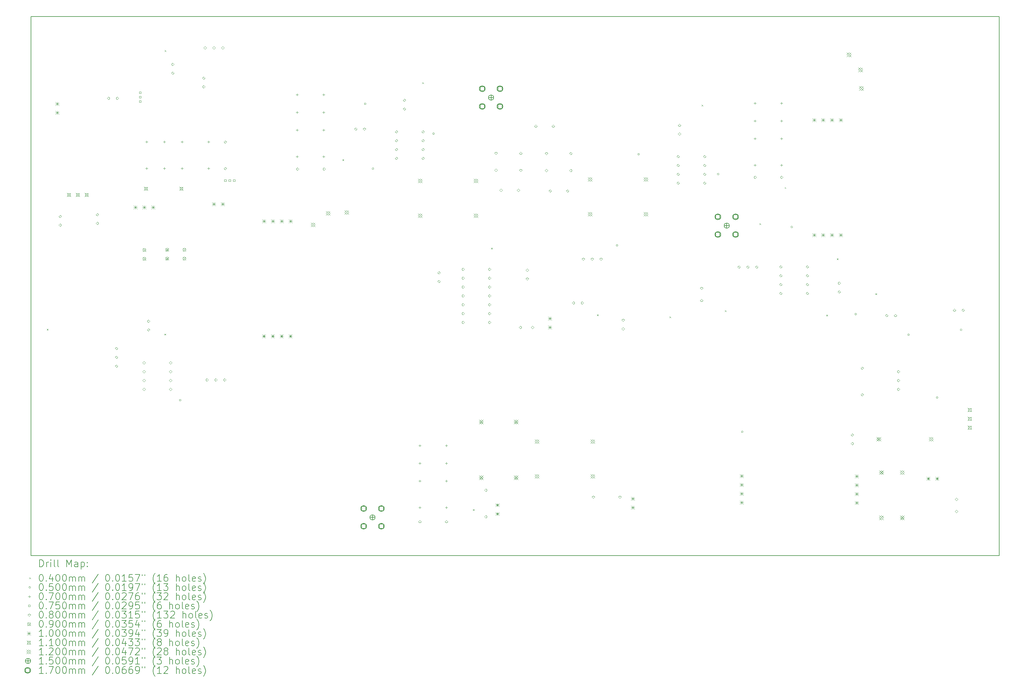
<source format=gbr>
%TF.GenerationSoftware,KiCad,Pcbnew,(6.0.7)*%
%TF.CreationDate,2023-02-22T17:07:40-05:00*%
%TF.ProjectId,Phoenix612 Complete v1,50686f65-6e69-4783-9631-3220436f6d70,rev?*%
%TF.SameCoordinates,Original*%
%TF.FileFunction,Drillmap*%
%TF.FilePolarity,Positive*%
%FSLAX45Y45*%
G04 Gerber Fmt 4.5, Leading zero omitted, Abs format (unit mm)*
G04 Created by KiCad (PCBNEW (6.0.7)) date 2023-02-22 17:07:40*
%MOMM*%
%LPD*%
G01*
G04 APERTURE LIST*
%ADD10C,0.150000*%
%ADD11C,0.200000*%
%ADD12C,0.040000*%
%ADD13C,0.050000*%
%ADD14C,0.070000*%
%ADD15C,0.075000*%
%ADD16C,0.080000*%
%ADD17C,0.090000*%
%ADD18C,0.100000*%
%ADD19C,0.110000*%
%ADD20C,0.120000*%
%ADD21C,0.170000*%
G04 APERTURE END LIST*
D10*
X1828800Y-3549650D02*
X29622750Y-3549650D01*
X29622750Y-3549650D02*
X29622750Y-19024600D01*
X29622750Y-19024600D02*
X1828800Y-19024600D01*
X1828800Y-19024600D02*
X1828800Y-3549650D01*
D11*
D12*
X2285050Y-12514900D02*
X2325050Y-12554900D01*
X2325050Y-12514900D02*
X2285050Y-12554900D01*
X5662250Y-12653350D02*
X5702250Y-12693350D01*
X5702250Y-12653350D02*
X5662250Y-12693350D01*
X5669600Y-4511550D02*
X5709600Y-4551550D01*
X5709600Y-4511550D02*
X5669600Y-4551550D01*
X10768650Y-7644450D02*
X10808650Y-7684450D01*
X10808650Y-7644450D02*
X10768650Y-7684450D01*
X13061000Y-5434650D02*
X13101000Y-5474650D01*
X13101000Y-5434650D02*
X13061000Y-5474650D01*
X14515150Y-17690150D02*
X14555150Y-17730150D01*
X14555150Y-17690150D02*
X14515150Y-17730150D01*
X15036850Y-10183950D02*
X15076850Y-10223950D01*
X15076850Y-10183950D02*
X15036850Y-10223950D01*
X18077500Y-12095800D02*
X18117500Y-12135800D01*
X18117500Y-12095800D02*
X18077500Y-12135800D01*
X20156100Y-12159300D02*
X20196100Y-12199300D01*
X20196100Y-12159300D02*
X20156100Y-12199300D01*
X21075700Y-6077000D02*
X21115700Y-6117000D01*
X21115700Y-6077000D02*
X21075700Y-6117000D01*
X21747800Y-11981500D02*
X21787800Y-12021500D01*
X21787800Y-11981500D02*
X21747800Y-12021500D01*
X22738400Y-9479600D02*
X22778400Y-9519600D01*
X22778400Y-9479600D02*
X22738400Y-9519600D01*
X23462300Y-8444550D02*
X23502300Y-8484550D01*
X23502300Y-8444550D02*
X23462300Y-8484550D01*
X24656100Y-12108500D02*
X24696100Y-12148500D01*
X24696100Y-12108500D02*
X24656100Y-12148500D01*
X24960900Y-10489250D02*
X25000900Y-10529250D01*
X25000900Y-10489250D02*
X24960900Y-10529250D01*
X26065800Y-11492550D02*
X26105800Y-11532550D01*
X26105800Y-11492550D02*
X26065800Y-11532550D01*
D13*
X6139050Y-14560550D02*
G75*
G03*
X6139050Y-14560550I-25000J0D01*
G01*
X11448650Y-6051550D02*
G75*
G03*
X11448650Y-6051550I-25000J0D01*
G01*
X11670900Y-7912100D02*
G75*
G03*
X11670900Y-7912100I-25000J0D01*
G01*
X13410800Y-6908800D02*
G75*
G03*
X13410800Y-6908800I-25000J0D01*
G01*
X18677100Y-10115550D02*
G75*
G03*
X18677100Y-10115550I-25000J0D01*
G01*
X19297250Y-7499350D02*
G75*
G03*
X19297250Y-7499350I-25000J0D01*
G01*
X21576900Y-8070850D02*
G75*
G03*
X21576900Y-8070850I-25000J0D01*
G01*
X22269050Y-15468600D02*
G75*
G03*
X22269050Y-15468600I-25000J0D01*
G01*
X23691450Y-9588500D02*
G75*
G03*
X23691450Y-9588500I-25000J0D01*
G01*
X25526600Y-12090400D02*
G75*
G03*
X25526600Y-12090400I-25000J0D01*
G01*
X27044250Y-12680950D02*
G75*
G03*
X27044250Y-12680950I-25000J0D01*
G01*
X27863400Y-14484350D02*
G75*
G03*
X27863400Y-14484350I-25000J0D01*
G01*
X28550165Y-12541250D02*
G75*
G03*
X28550165Y-12541250I-25000J0D01*
G01*
D14*
X5152950Y-7107150D02*
X5152950Y-7177150D01*
X5117950Y-7142150D02*
X5187950Y-7142150D01*
X5152950Y-7869150D02*
X5152950Y-7939150D01*
X5117950Y-7904150D02*
X5187950Y-7904150D01*
X5660950Y-7107150D02*
X5660950Y-7177150D01*
X5625950Y-7142150D02*
X5695950Y-7142150D01*
X5660950Y-7869150D02*
X5660950Y-7939150D01*
X5625950Y-7904150D02*
X5695950Y-7904150D01*
X6168950Y-7107150D02*
X6168950Y-7177150D01*
X6133950Y-7142150D02*
X6203950Y-7142150D01*
X6168950Y-7869150D02*
X6168950Y-7939150D01*
X6133950Y-7904150D02*
X6203950Y-7904150D01*
X6930950Y-7107150D02*
X6930950Y-7177150D01*
X6895950Y-7142150D02*
X6965950Y-7142150D01*
X6930950Y-7869150D02*
X6930950Y-7939150D01*
X6895950Y-7904150D02*
X6965950Y-7904150D01*
X9467850Y-5756200D02*
X9467850Y-5826200D01*
X9432850Y-5791200D02*
X9502850Y-5791200D01*
X9467850Y-6264200D02*
X9467850Y-6334200D01*
X9432850Y-6299200D02*
X9502850Y-6299200D01*
X9467850Y-6772200D02*
X9467850Y-6842200D01*
X9432850Y-6807200D02*
X9502850Y-6807200D01*
X9467850Y-7534200D02*
X9467850Y-7604200D01*
X9432850Y-7569200D02*
X9502850Y-7569200D01*
X10229850Y-5756200D02*
X10229850Y-5826200D01*
X10194850Y-5791200D02*
X10264850Y-5791200D01*
X10229850Y-6264200D02*
X10229850Y-6334200D01*
X10194850Y-6299200D02*
X10264850Y-6299200D01*
X10229850Y-6772200D02*
X10229850Y-6842200D01*
X10194850Y-6807200D02*
X10264850Y-6807200D01*
X10229850Y-7534200D02*
X10229850Y-7604200D01*
X10194850Y-7569200D02*
X10264850Y-7569200D01*
X12993700Y-15830400D02*
X12993700Y-15900400D01*
X12958700Y-15865400D02*
X13028700Y-15865400D01*
X12993700Y-16338400D02*
X12993700Y-16408400D01*
X12958700Y-16373400D02*
X13028700Y-16373400D01*
X12993700Y-16846400D02*
X12993700Y-16916400D01*
X12958700Y-16881400D02*
X13028700Y-16881400D01*
X12993700Y-17608400D02*
X12993700Y-17678400D01*
X12958700Y-17643400D02*
X13028700Y-17643400D01*
X13755700Y-15830400D02*
X13755700Y-15900400D01*
X13720700Y-15865400D02*
X13790700Y-15865400D01*
X13755700Y-16338400D02*
X13755700Y-16408400D01*
X13720700Y-16373400D02*
X13790700Y-16373400D01*
X13755700Y-16846400D02*
X13755700Y-16916400D01*
X13720700Y-16881400D02*
X13790700Y-16881400D01*
X13755700Y-17608400D02*
X13755700Y-17678400D01*
X13720700Y-17643400D02*
X13790700Y-17643400D01*
X22607600Y-6000600D02*
X22607600Y-6070600D01*
X22572600Y-6035600D02*
X22642600Y-6035600D01*
X22607600Y-6508600D02*
X22607600Y-6578600D01*
X22572600Y-6543600D02*
X22642600Y-6543600D01*
X22607600Y-7016600D02*
X22607600Y-7086600D01*
X22572600Y-7051600D02*
X22642600Y-7051600D01*
X22607600Y-7778600D02*
X22607600Y-7848600D01*
X22572600Y-7813600D02*
X22642600Y-7813600D01*
X23369600Y-6000600D02*
X23369600Y-6070600D01*
X23334600Y-6035600D02*
X23404600Y-6035600D01*
X23369600Y-6508600D02*
X23369600Y-6578600D01*
X23334600Y-6543600D02*
X23404600Y-6543600D01*
X23369600Y-7016600D02*
X23369600Y-7086600D01*
X23334600Y-7051600D02*
X23404600Y-7051600D01*
X23369600Y-7778600D02*
X23369600Y-7848600D01*
X23334600Y-7813600D02*
X23404600Y-7813600D01*
D15*
X4990117Y-5758217D02*
X4990117Y-5705183D01*
X4937083Y-5705183D01*
X4937083Y-5758217D01*
X4990117Y-5758217D01*
X4990117Y-5885217D02*
X4990117Y-5832183D01*
X4937083Y-5832183D01*
X4937083Y-5885217D01*
X4990117Y-5885217D01*
X4990117Y-6012217D02*
X4990117Y-5959183D01*
X4937083Y-5959183D01*
X4937083Y-6012217D01*
X4990117Y-6012217D01*
X7433717Y-8282017D02*
X7433717Y-8228983D01*
X7380683Y-8228983D01*
X7380683Y-8282017D01*
X7433717Y-8282017D01*
X7560717Y-8282017D02*
X7560717Y-8228983D01*
X7507683Y-8228983D01*
X7507683Y-8282017D01*
X7560717Y-8282017D01*
X7687717Y-8282017D02*
X7687717Y-8228983D01*
X7634683Y-8228983D01*
X7634683Y-8282017D01*
X7687717Y-8282017D01*
D16*
X2667000Y-9322735D02*
X2707000Y-9282735D01*
X2667000Y-9242735D01*
X2627000Y-9282735D01*
X2667000Y-9322735D01*
X2667000Y-9572735D02*
X2707000Y-9532735D01*
X2667000Y-9492735D01*
X2627000Y-9532735D01*
X2667000Y-9572735D01*
X3733800Y-9272150D02*
X3773800Y-9232150D01*
X3733800Y-9192150D01*
X3693800Y-9232150D01*
X3733800Y-9272150D01*
X3733800Y-9522150D02*
X3773800Y-9482150D01*
X3733800Y-9442150D01*
X3693800Y-9482150D01*
X3733800Y-9522150D01*
X4056685Y-5930450D02*
X4096685Y-5890450D01*
X4056685Y-5850450D01*
X4016685Y-5890450D01*
X4056685Y-5930450D01*
X4285250Y-13113400D02*
X4325250Y-13073400D01*
X4285250Y-13033400D01*
X4245250Y-13073400D01*
X4285250Y-13113400D01*
X4285250Y-13367400D02*
X4325250Y-13327400D01*
X4285250Y-13287400D01*
X4245250Y-13327400D01*
X4285250Y-13367400D01*
X4285250Y-13621400D02*
X4325250Y-13581400D01*
X4285250Y-13541400D01*
X4245250Y-13581400D01*
X4285250Y-13621400D01*
X4306685Y-5930450D02*
X4346685Y-5890450D01*
X4306685Y-5850450D01*
X4266685Y-5890450D01*
X4306685Y-5930450D01*
X5073650Y-13527150D02*
X5113650Y-13487150D01*
X5073650Y-13447150D01*
X5033650Y-13487150D01*
X5073650Y-13527150D01*
X5073650Y-13781150D02*
X5113650Y-13741150D01*
X5073650Y-13701150D01*
X5033650Y-13741150D01*
X5073650Y-13781150D01*
X5073650Y-14035150D02*
X5113650Y-13995150D01*
X5073650Y-13955150D01*
X5033650Y-13995150D01*
X5073650Y-14035150D01*
X5073650Y-14289150D02*
X5113650Y-14249150D01*
X5073650Y-14209150D01*
X5033650Y-14249150D01*
X5073650Y-14289150D01*
X5206000Y-12330965D02*
X5246000Y-12290965D01*
X5206000Y-12250965D01*
X5166000Y-12290965D01*
X5206000Y-12330965D01*
X5206000Y-12580965D02*
X5246000Y-12540965D01*
X5206000Y-12500965D01*
X5166000Y-12540965D01*
X5206000Y-12580965D01*
X5835650Y-13527150D02*
X5875650Y-13487150D01*
X5835650Y-13447150D01*
X5795650Y-13487150D01*
X5835650Y-13527150D01*
X5835650Y-13781150D02*
X5875650Y-13741150D01*
X5835650Y-13701150D01*
X5795650Y-13741150D01*
X5835650Y-13781150D01*
X5835650Y-14035150D02*
X5875650Y-13995150D01*
X5835650Y-13955150D01*
X5795650Y-13995150D01*
X5835650Y-14035150D01*
X5835650Y-14289150D02*
X5875650Y-14249150D01*
X5835650Y-14209150D01*
X5795650Y-14249150D01*
X5835650Y-14289150D01*
X5899150Y-4958900D02*
X5939150Y-4918900D01*
X5899150Y-4878900D01*
X5859150Y-4918900D01*
X5899150Y-4958900D01*
X5899150Y-5208900D02*
X5939150Y-5168900D01*
X5899150Y-5128900D01*
X5859150Y-5168900D01*
X5899150Y-5208900D01*
X6788150Y-5352600D02*
X6828150Y-5312600D01*
X6788150Y-5272600D01*
X6748150Y-5312600D01*
X6788150Y-5352600D01*
X6788150Y-5602600D02*
X6828150Y-5562600D01*
X6788150Y-5522600D01*
X6748150Y-5562600D01*
X6788150Y-5602600D01*
X6826250Y-4482650D02*
X6866250Y-4442650D01*
X6826250Y-4402650D01*
X6786250Y-4442650D01*
X6826250Y-4482650D01*
X6882400Y-14016350D02*
X6922400Y-13976350D01*
X6882400Y-13936350D01*
X6842400Y-13976350D01*
X6882400Y-14016350D01*
X7080250Y-4482650D02*
X7120250Y-4442650D01*
X7080250Y-4402650D01*
X7040250Y-4442650D01*
X7080250Y-4482650D01*
X7136400Y-14016350D02*
X7176400Y-13976350D01*
X7136400Y-13936350D01*
X7096400Y-13976350D01*
X7136400Y-14016350D01*
X7334250Y-4482650D02*
X7374250Y-4442650D01*
X7334250Y-4402650D01*
X7294250Y-4442650D01*
X7334250Y-4482650D01*
X7390400Y-14016350D02*
X7430400Y-13976350D01*
X7390400Y-13936350D01*
X7350400Y-13976350D01*
X7390400Y-14016350D01*
X7407200Y-7188500D02*
X7447200Y-7148500D01*
X7407200Y-7108500D01*
X7367200Y-7148500D01*
X7407200Y-7188500D01*
X7407200Y-7950500D02*
X7447200Y-7910500D01*
X7407200Y-7870500D01*
X7367200Y-7910500D01*
X7407200Y-7950500D01*
X9480550Y-7964800D02*
X9520550Y-7924800D01*
X9480550Y-7884800D01*
X9440550Y-7924800D01*
X9480550Y-7964800D01*
X10242550Y-7964800D02*
X10282550Y-7924800D01*
X10242550Y-7884800D01*
X10202550Y-7924800D01*
X10242550Y-7964800D01*
X11150600Y-6815450D02*
X11190600Y-6775450D01*
X11150600Y-6735450D01*
X11110600Y-6775450D01*
X11150600Y-6815450D01*
X11400600Y-6815450D02*
X11440600Y-6775450D01*
X11400600Y-6735450D01*
X11360600Y-6775450D01*
X11400600Y-6815450D01*
X12320000Y-6892650D02*
X12360000Y-6852650D01*
X12320000Y-6812650D01*
X12280000Y-6852650D01*
X12320000Y-6892650D01*
X12320000Y-7146650D02*
X12360000Y-7106650D01*
X12320000Y-7066650D01*
X12280000Y-7106650D01*
X12320000Y-7146650D01*
X12320000Y-7400650D02*
X12360000Y-7360650D01*
X12320000Y-7320650D01*
X12280000Y-7360650D01*
X12320000Y-7400650D01*
X12320000Y-7654650D02*
X12360000Y-7614650D01*
X12320000Y-7574650D01*
X12280000Y-7614650D01*
X12320000Y-7654650D01*
X12547600Y-5988565D02*
X12587600Y-5948565D01*
X12547600Y-5908565D01*
X12507600Y-5948565D01*
X12547600Y-5988565D01*
X12547600Y-6238565D02*
X12587600Y-6198565D01*
X12547600Y-6158565D01*
X12507600Y-6198565D01*
X12547600Y-6238565D01*
X12992100Y-18086700D02*
X13032100Y-18046700D01*
X12992100Y-18006700D01*
X12952100Y-18046700D01*
X12992100Y-18086700D01*
X13082000Y-6892650D02*
X13122000Y-6852650D01*
X13082000Y-6812650D01*
X13042000Y-6852650D01*
X13082000Y-6892650D01*
X13082000Y-7146650D02*
X13122000Y-7106650D01*
X13082000Y-7066650D01*
X13042000Y-7106650D01*
X13082000Y-7146650D01*
X13082000Y-7400650D02*
X13122000Y-7360650D01*
X13082000Y-7320650D01*
X13042000Y-7360650D01*
X13082000Y-7400650D01*
X13082000Y-7654650D02*
X13122000Y-7614650D01*
X13082000Y-7574650D01*
X13042000Y-7614650D01*
X13082000Y-7654650D01*
X13539200Y-10941485D02*
X13579200Y-10901485D01*
X13539200Y-10861485D01*
X13499200Y-10901485D01*
X13539200Y-10941485D01*
X13539200Y-11191485D02*
X13579200Y-11151485D01*
X13539200Y-11111485D01*
X13499200Y-11151485D01*
X13539200Y-11191485D01*
X13754100Y-18086700D02*
X13794100Y-18046700D01*
X13754100Y-18006700D01*
X13714100Y-18046700D01*
X13754100Y-18086700D01*
X14231350Y-10840850D02*
X14271350Y-10800850D01*
X14231350Y-10760850D01*
X14191350Y-10800850D01*
X14231350Y-10840850D01*
X14231350Y-11094850D02*
X14271350Y-11054850D01*
X14231350Y-11014850D01*
X14191350Y-11054850D01*
X14231350Y-11094850D01*
X14231350Y-11348850D02*
X14271350Y-11308850D01*
X14231350Y-11268850D01*
X14191350Y-11308850D01*
X14231350Y-11348850D01*
X14231350Y-11602850D02*
X14271350Y-11562850D01*
X14231350Y-11522850D01*
X14191350Y-11562850D01*
X14231350Y-11602850D01*
X14231350Y-11856850D02*
X14271350Y-11816850D01*
X14231350Y-11776850D01*
X14191350Y-11816850D01*
X14231350Y-11856850D01*
X14231350Y-12110850D02*
X14271350Y-12070850D01*
X14231350Y-12030850D01*
X14191350Y-12070850D01*
X14231350Y-12110850D01*
X14231350Y-12364850D02*
X14271350Y-12324850D01*
X14231350Y-12284850D01*
X14191350Y-12324850D01*
X14231350Y-12364850D01*
X14884400Y-17185000D02*
X14924400Y-17145000D01*
X14884400Y-17105000D01*
X14844400Y-17145000D01*
X14884400Y-17185000D01*
X14884400Y-17947000D02*
X14924400Y-17907000D01*
X14884400Y-17867000D01*
X14844400Y-17907000D01*
X14884400Y-17947000D01*
X14993350Y-10840850D02*
X15033350Y-10800850D01*
X14993350Y-10760850D01*
X14953350Y-10800850D01*
X14993350Y-10840850D01*
X14993350Y-11094850D02*
X15033350Y-11054850D01*
X14993350Y-11014850D01*
X14953350Y-11054850D01*
X14993350Y-11094850D01*
X14993350Y-11348850D02*
X15033350Y-11308850D01*
X14993350Y-11268850D01*
X14953350Y-11308850D01*
X14993350Y-11348850D01*
X14993350Y-11602850D02*
X15033350Y-11562850D01*
X14993350Y-11522850D01*
X14953350Y-11562850D01*
X14993350Y-11602850D01*
X14993350Y-11856850D02*
X15033350Y-11816850D01*
X14993350Y-11776850D01*
X14953350Y-11816850D01*
X14993350Y-11856850D01*
X14993350Y-12110850D02*
X15033350Y-12070850D01*
X14993350Y-12030850D01*
X14953350Y-12070850D01*
X14993350Y-12110850D01*
X14993350Y-12364850D02*
X15033350Y-12324850D01*
X14993350Y-12284850D01*
X14953350Y-12324850D01*
X14993350Y-12364850D01*
X15176500Y-7510250D02*
X15216500Y-7470250D01*
X15176500Y-7430250D01*
X15136500Y-7470250D01*
X15176500Y-7510250D01*
X15176500Y-7998250D02*
X15216500Y-7958250D01*
X15176500Y-7918250D01*
X15136500Y-7958250D01*
X15176500Y-7998250D01*
X15320200Y-8574400D02*
X15360200Y-8534400D01*
X15320200Y-8494400D01*
X15280200Y-8534400D01*
X15320200Y-8574400D01*
X15820200Y-8574400D02*
X15860200Y-8534400D01*
X15820200Y-8494400D01*
X15780200Y-8534400D01*
X15820200Y-8574400D01*
X15875835Y-12510900D02*
X15915835Y-12470900D01*
X15875835Y-12430900D01*
X15835835Y-12470900D01*
X15875835Y-12510900D01*
X15887700Y-7512250D02*
X15927700Y-7472250D01*
X15887700Y-7432250D01*
X15847700Y-7472250D01*
X15887700Y-7512250D01*
X15887700Y-8000250D02*
X15927700Y-7960250D01*
X15887700Y-7920250D01*
X15847700Y-7960250D01*
X15887700Y-8000250D01*
X16072850Y-10866250D02*
X16112850Y-10826250D01*
X16072850Y-10786250D01*
X16032850Y-10826250D01*
X16072850Y-10866250D01*
X16072850Y-11116250D02*
X16112850Y-11076250D01*
X16072850Y-11036250D01*
X16032850Y-11076250D01*
X16072850Y-11116250D01*
X16225835Y-12510900D02*
X16265835Y-12470900D01*
X16225835Y-12430900D01*
X16185835Y-12470900D01*
X16225835Y-12510900D01*
X16317150Y-6732900D02*
X16357150Y-6692900D01*
X16317150Y-6652900D01*
X16277150Y-6692900D01*
X16317150Y-6732900D01*
X16624300Y-7516600D02*
X16664300Y-7476600D01*
X16624300Y-7436600D01*
X16584300Y-7476600D01*
X16624300Y-7516600D01*
X16624300Y-8004600D02*
X16664300Y-7964600D01*
X16624300Y-7924600D01*
X16584300Y-7964600D01*
X16624300Y-8004600D01*
X16729900Y-8593450D02*
X16769900Y-8553450D01*
X16729900Y-8513450D01*
X16689900Y-8553450D01*
X16729900Y-8593450D01*
X16817150Y-6732900D02*
X16857150Y-6692900D01*
X16817150Y-6652900D01*
X16777150Y-6692900D01*
X16817150Y-6732900D01*
X17229900Y-8593450D02*
X17269900Y-8553450D01*
X17229900Y-8513450D01*
X17189900Y-8553450D01*
X17229900Y-8593450D01*
X17322800Y-7518600D02*
X17362800Y-7478600D01*
X17322800Y-7438600D01*
X17282800Y-7478600D01*
X17322800Y-7518600D01*
X17322800Y-8006600D02*
X17362800Y-7966600D01*
X17322800Y-7926600D01*
X17282800Y-7966600D01*
X17322800Y-8006600D01*
X17399765Y-11806550D02*
X17439765Y-11766550D01*
X17399765Y-11726550D01*
X17359765Y-11766550D01*
X17399765Y-11806550D01*
X17649765Y-11806550D02*
X17689765Y-11766550D01*
X17649765Y-11726550D01*
X17609765Y-11766550D01*
X17649765Y-11806550D01*
X17681550Y-10549250D02*
X17721550Y-10509250D01*
X17681550Y-10469250D01*
X17641550Y-10509250D01*
X17681550Y-10549250D01*
X17935550Y-10549250D02*
X17975550Y-10509250D01*
X17935550Y-10469250D01*
X17895550Y-10509250D01*
X17935550Y-10549250D01*
X17970500Y-17381850D02*
X18010500Y-17341850D01*
X17970500Y-17301850D01*
X17930500Y-17341850D01*
X17970500Y-17381850D01*
X18189550Y-10549250D02*
X18229550Y-10509250D01*
X18189550Y-10469250D01*
X18149550Y-10509250D01*
X18189550Y-10549250D01*
X18732500Y-17381850D02*
X18772500Y-17341850D01*
X18732500Y-17301850D01*
X18692500Y-17341850D01*
X18732500Y-17381850D01*
X18823550Y-12300885D02*
X18863550Y-12260885D01*
X18823550Y-12220885D01*
X18783550Y-12260885D01*
X18823550Y-12300885D01*
X18823550Y-12550885D02*
X18863550Y-12510885D01*
X18823550Y-12470885D01*
X18783550Y-12510885D01*
X18823550Y-12550885D01*
X20403550Y-7603850D02*
X20443550Y-7563850D01*
X20403550Y-7523850D01*
X20363550Y-7563850D01*
X20403550Y-7603850D01*
X20403550Y-7857850D02*
X20443550Y-7817850D01*
X20403550Y-7777850D01*
X20363550Y-7817850D01*
X20403550Y-7857850D01*
X20403550Y-8111850D02*
X20443550Y-8071850D01*
X20403550Y-8031850D01*
X20363550Y-8071850D01*
X20403550Y-8111850D01*
X20403550Y-8365850D02*
X20443550Y-8325850D01*
X20403550Y-8285850D01*
X20363550Y-8325850D01*
X20403550Y-8365850D01*
X20441650Y-6706150D02*
X20481650Y-6666150D01*
X20441650Y-6626150D01*
X20401650Y-6666150D01*
X20441650Y-6706150D01*
X20441650Y-6956150D02*
X20481650Y-6916150D01*
X20441650Y-6876150D01*
X20401650Y-6916150D01*
X20441650Y-6956150D01*
X21077800Y-11387285D02*
X21117800Y-11347285D01*
X21077800Y-11307285D01*
X21037800Y-11347285D01*
X21077800Y-11387285D01*
X21077800Y-11737285D02*
X21117800Y-11697285D01*
X21077800Y-11657285D01*
X21037800Y-11697285D01*
X21077800Y-11737285D01*
X21165550Y-7603850D02*
X21205550Y-7563850D01*
X21165550Y-7523850D01*
X21125550Y-7563850D01*
X21165550Y-7603850D01*
X21165550Y-7857850D02*
X21205550Y-7817850D01*
X21165550Y-7777850D01*
X21125550Y-7817850D01*
X21165550Y-7857850D01*
X21165550Y-8111850D02*
X21205550Y-8071850D01*
X21165550Y-8031850D01*
X21125550Y-8071850D01*
X21165550Y-8111850D01*
X21165550Y-8365850D02*
X21205550Y-8325850D01*
X21165550Y-8285850D01*
X21125550Y-8325850D01*
X21165550Y-8365850D01*
X22148800Y-10777850D02*
X22188800Y-10737850D01*
X22148800Y-10697850D01*
X22108800Y-10737850D01*
X22148800Y-10777850D01*
X22402800Y-10777850D02*
X22442800Y-10737850D01*
X22402800Y-10697850D01*
X22362800Y-10737850D01*
X22402800Y-10777850D01*
X22612350Y-8199750D02*
X22652350Y-8159750D01*
X22612350Y-8119750D01*
X22572350Y-8159750D01*
X22612350Y-8199750D01*
X22656800Y-10777850D02*
X22696800Y-10737850D01*
X22656800Y-10697850D01*
X22616800Y-10737850D01*
X22656800Y-10777850D01*
X23348950Y-10771500D02*
X23388950Y-10731500D01*
X23348950Y-10691500D01*
X23308950Y-10731500D01*
X23348950Y-10771500D01*
X23348950Y-11025500D02*
X23388950Y-10985500D01*
X23348950Y-10945500D01*
X23308950Y-10985500D01*
X23348950Y-11025500D01*
X23348950Y-11279500D02*
X23388950Y-11239500D01*
X23348950Y-11199500D01*
X23308950Y-11239500D01*
X23348950Y-11279500D01*
X23348950Y-11533500D02*
X23388950Y-11493500D01*
X23348950Y-11453500D01*
X23308950Y-11493500D01*
X23348950Y-11533500D01*
X23374350Y-8199750D02*
X23414350Y-8159750D01*
X23374350Y-8119750D01*
X23334350Y-8159750D01*
X23374350Y-8199750D01*
X24110950Y-10771500D02*
X24150950Y-10731500D01*
X24110950Y-10691500D01*
X24070950Y-10731500D01*
X24110950Y-10771500D01*
X24110950Y-11025500D02*
X24150950Y-10985500D01*
X24110950Y-10945500D01*
X24070950Y-10985500D01*
X24110950Y-11025500D01*
X24110950Y-11279500D02*
X24150950Y-11239500D01*
X24110950Y-11199500D01*
X24070950Y-11239500D01*
X24110950Y-11279500D01*
X24110950Y-11533500D02*
X24150950Y-11493500D01*
X24110950Y-11453500D01*
X24070950Y-11493500D01*
X24110950Y-11533500D01*
X25025350Y-11241400D02*
X25065350Y-11201400D01*
X25025350Y-11161400D01*
X24985350Y-11201400D01*
X25025350Y-11241400D01*
X25025350Y-11491400D02*
X25065350Y-11451400D01*
X25025350Y-11411400D01*
X24985350Y-11451400D01*
X25025350Y-11491400D01*
X25400000Y-15596535D02*
X25440000Y-15556535D01*
X25400000Y-15516535D01*
X25360000Y-15556535D01*
X25400000Y-15596535D01*
X25400000Y-15846535D02*
X25440000Y-15806535D01*
X25400000Y-15766535D01*
X25360000Y-15806535D01*
X25400000Y-15846535D01*
X25685750Y-13680800D02*
X25725750Y-13640800D01*
X25685750Y-13600800D01*
X25645750Y-13640800D01*
X25685750Y-13680800D01*
X25685750Y-14442800D02*
X25725750Y-14402800D01*
X25685750Y-14362800D01*
X25645750Y-14402800D01*
X25685750Y-14442800D01*
X26389215Y-12168500D02*
X26429215Y-12128500D01*
X26389215Y-12088500D01*
X26349215Y-12128500D01*
X26389215Y-12168500D01*
X26639215Y-12168500D02*
X26679215Y-12128500D01*
X26639215Y-12088500D01*
X26599215Y-12128500D01*
X26639215Y-12168500D01*
X26727150Y-13781400D02*
X26767150Y-13741400D01*
X26727150Y-13701400D01*
X26687150Y-13741400D01*
X26727150Y-13781400D01*
X26727150Y-14035400D02*
X26767150Y-13995400D01*
X26727150Y-13955400D01*
X26687150Y-13995400D01*
X26727150Y-14035400D01*
X26727150Y-14289400D02*
X26767150Y-14249400D01*
X26727150Y-14209400D01*
X26687150Y-14249400D01*
X26727150Y-14289400D01*
X28332315Y-12016100D02*
X28372315Y-11976100D01*
X28332315Y-11936100D01*
X28292315Y-11976100D01*
X28332315Y-12016100D01*
X28390850Y-17444765D02*
X28430850Y-17404765D01*
X28390850Y-17364765D01*
X28350850Y-17404765D01*
X28390850Y-17444765D01*
X28390850Y-17794765D02*
X28430850Y-17754765D01*
X28390850Y-17714765D01*
X28350850Y-17754765D01*
X28390850Y-17794765D01*
X28582315Y-12016100D02*
X28622315Y-11976100D01*
X28582315Y-11936100D01*
X28542315Y-11976100D01*
X28582315Y-12016100D01*
D17*
X5041350Y-10203400D02*
X5131350Y-10293400D01*
X5131350Y-10203400D02*
X5041350Y-10293400D01*
X5131350Y-10248400D02*
G75*
G03*
X5131350Y-10248400I-45000J0D01*
G01*
X5041350Y-10457400D02*
X5131350Y-10547400D01*
X5131350Y-10457400D02*
X5041350Y-10547400D01*
X5131350Y-10502400D02*
G75*
G03*
X5131350Y-10502400I-45000J0D01*
G01*
X5694435Y-10197050D02*
X5784435Y-10287050D01*
X5784435Y-10197050D02*
X5694435Y-10287050D01*
X5784435Y-10242050D02*
G75*
G03*
X5784435Y-10242050I-45000J0D01*
G01*
X5694435Y-10451050D02*
X5784435Y-10541050D01*
X5784435Y-10451050D02*
X5694435Y-10541050D01*
X5784435Y-10496050D02*
G75*
G03*
X5784435Y-10496050I-45000J0D01*
G01*
X6190700Y-10197550D02*
X6280700Y-10287550D01*
X6280700Y-10197550D02*
X6190700Y-10287550D01*
X6280700Y-10242550D02*
G75*
G03*
X6280700Y-10242550I-45000J0D01*
G01*
X6190700Y-10451550D02*
X6280700Y-10541550D01*
X6280700Y-10451550D02*
X6190700Y-10541550D01*
X6280700Y-10496550D02*
G75*
G03*
X6280700Y-10496550I-45000J0D01*
G01*
D18*
X2534450Y-5999700D02*
X2634450Y-6099700D01*
X2634450Y-5999700D02*
X2534450Y-6099700D01*
X2584450Y-5999700D02*
X2584450Y-6099700D01*
X2534450Y-6049700D02*
X2634450Y-6049700D01*
X2534450Y-6253700D02*
X2634450Y-6353700D01*
X2634450Y-6253700D02*
X2534450Y-6353700D01*
X2584450Y-6253700D02*
X2584450Y-6353700D01*
X2534450Y-6303700D02*
X2634450Y-6303700D01*
X4777500Y-8973350D02*
X4877500Y-9073350D01*
X4877500Y-8973350D02*
X4777500Y-9073350D01*
X4827500Y-8973350D02*
X4827500Y-9073350D01*
X4777500Y-9023350D02*
X4877500Y-9023350D01*
X5031500Y-8973350D02*
X5131500Y-9073350D01*
X5131500Y-8973350D02*
X5031500Y-9073350D01*
X5081500Y-8973350D02*
X5081500Y-9073350D01*
X5031500Y-9023350D02*
X5131500Y-9023350D01*
X5285500Y-8973350D02*
X5385500Y-9073350D01*
X5385500Y-8973350D02*
X5285500Y-9073350D01*
X5335500Y-8973350D02*
X5335500Y-9073350D01*
X5285500Y-9023350D02*
X5385500Y-9023350D01*
X7033850Y-8878100D02*
X7133850Y-8978100D01*
X7133850Y-8878100D02*
X7033850Y-8978100D01*
X7083850Y-8878100D02*
X7083850Y-8978100D01*
X7033850Y-8928100D02*
X7133850Y-8928100D01*
X7287850Y-8878100D02*
X7387850Y-8978100D01*
X7387850Y-8878100D02*
X7287850Y-8978100D01*
X7337850Y-8878100D02*
X7337850Y-8978100D01*
X7287850Y-8928100D02*
X7387850Y-8928100D01*
X8467100Y-12675400D02*
X8567100Y-12775400D01*
X8567100Y-12675400D02*
X8467100Y-12775400D01*
X8517100Y-12675400D02*
X8517100Y-12775400D01*
X8467100Y-12725400D02*
X8567100Y-12725400D01*
X8471700Y-9373400D02*
X8571700Y-9473400D01*
X8571700Y-9373400D02*
X8471700Y-9473400D01*
X8521700Y-9373400D02*
X8521700Y-9473400D01*
X8471700Y-9423400D02*
X8571700Y-9423400D01*
X8721100Y-12675400D02*
X8821100Y-12775400D01*
X8821100Y-12675400D02*
X8721100Y-12775400D01*
X8771100Y-12675400D02*
X8771100Y-12775400D01*
X8721100Y-12725400D02*
X8821100Y-12725400D01*
X8725700Y-9373400D02*
X8825700Y-9473400D01*
X8825700Y-9373400D02*
X8725700Y-9473400D01*
X8775700Y-9373400D02*
X8775700Y-9473400D01*
X8725700Y-9423400D02*
X8825700Y-9423400D01*
X8975100Y-12675400D02*
X9075100Y-12775400D01*
X9075100Y-12675400D02*
X8975100Y-12775400D01*
X9025100Y-12675400D02*
X9025100Y-12775400D01*
X8975100Y-12725400D02*
X9075100Y-12725400D01*
X8979700Y-9373400D02*
X9079700Y-9473400D01*
X9079700Y-9373400D02*
X8979700Y-9473400D01*
X9029700Y-9373400D02*
X9029700Y-9473400D01*
X8979700Y-9423400D02*
X9079700Y-9423400D01*
X9229100Y-12675400D02*
X9329100Y-12775400D01*
X9329100Y-12675400D02*
X9229100Y-12775400D01*
X9279100Y-12675400D02*
X9279100Y-12775400D01*
X9229100Y-12725400D02*
X9329100Y-12725400D01*
X9233700Y-9373400D02*
X9333700Y-9473400D01*
X9333700Y-9373400D02*
X9233700Y-9473400D01*
X9283700Y-9373400D02*
X9283700Y-9473400D01*
X9233700Y-9423400D02*
X9333700Y-9423400D01*
X15170950Y-17520950D02*
X15270950Y-17620950D01*
X15270950Y-17520950D02*
X15170950Y-17620950D01*
X15220950Y-17520950D02*
X15220950Y-17620950D01*
X15170950Y-17570950D02*
X15270950Y-17570950D01*
X15170950Y-17774950D02*
X15270950Y-17874950D01*
X15270950Y-17774950D02*
X15170950Y-17874950D01*
X15220950Y-17774950D02*
X15220950Y-17874950D01*
X15170950Y-17824950D02*
X15270950Y-17824950D01*
X16676900Y-12167400D02*
X16776900Y-12267400D01*
X16776900Y-12167400D02*
X16676900Y-12267400D01*
X16726900Y-12167400D02*
X16726900Y-12267400D01*
X16676900Y-12217400D02*
X16776900Y-12217400D01*
X16676900Y-12421400D02*
X16776900Y-12521400D01*
X16776900Y-12421400D02*
X16676900Y-12521400D01*
X16726900Y-12421400D02*
X16726900Y-12521400D01*
X16676900Y-12471400D02*
X16776900Y-12471400D01*
X19050800Y-17336300D02*
X19150800Y-17436300D01*
X19150800Y-17336300D02*
X19050800Y-17436300D01*
X19100800Y-17336300D02*
X19100800Y-17436300D01*
X19050800Y-17386300D02*
X19150800Y-17386300D01*
X19050800Y-17590300D02*
X19150800Y-17690300D01*
X19150800Y-17590300D02*
X19050800Y-17690300D01*
X19100800Y-17590300D02*
X19100800Y-17690300D01*
X19050800Y-17640300D02*
X19150800Y-17640300D01*
X22175000Y-16688600D02*
X22275000Y-16788600D01*
X22275000Y-16688600D02*
X22175000Y-16788600D01*
X22225000Y-16688600D02*
X22225000Y-16788600D01*
X22175000Y-16738600D02*
X22275000Y-16738600D01*
X22175000Y-16942600D02*
X22275000Y-17042600D01*
X22275000Y-16942600D02*
X22175000Y-17042600D01*
X22225000Y-16942600D02*
X22225000Y-17042600D01*
X22175000Y-16992600D02*
X22275000Y-16992600D01*
X22175000Y-17196600D02*
X22275000Y-17296600D01*
X22275000Y-17196600D02*
X22175000Y-17296600D01*
X22225000Y-17196600D02*
X22225000Y-17296600D01*
X22175000Y-17246600D02*
X22275000Y-17246600D01*
X22175000Y-17450600D02*
X22275000Y-17550600D01*
X22275000Y-17450600D02*
X22175000Y-17550600D01*
X22225000Y-17450600D02*
X22225000Y-17550600D01*
X22175000Y-17500600D02*
X22275000Y-17500600D01*
X24257800Y-9767100D02*
X24357800Y-9867100D01*
X24357800Y-9767100D02*
X24257800Y-9867100D01*
X24307800Y-9767100D02*
X24307800Y-9867100D01*
X24257800Y-9817100D02*
X24357800Y-9817100D01*
X24262400Y-6465100D02*
X24362400Y-6565100D01*
X24362400Y-6465100D02*
X24262400Y-6565100D01*
X24312400Y-6465100D02*
X24312400Y-6565100D01*
X24262400Y-6515100D02*
X24362400Y-6515100D01*
X24511800Y-9767100D02*
X24611800Y-9867100D01*
X24611800Y-9767100D02*
X24511800Y-9867100D01*
X24561800Y-9767100D02*
X24561800Y-9867100D01*
X24511800Y-9817100D02*
X24611800Y-9817100D01*
X24516400Y-6465100D02*
X24616400Y-6565100D01*
X24616400Y-6465100D02*
X24516400Y-6565100D01*
X24566400Y-6465100D02*
X24566400Y-6565100D01*
X24516400Y-6515100D02*
X24616400Y-6515100D01*
X24765800Y-9767100D02*
X24865800Y-9867100D01*
X24865800Y-9767100D02*
X24765800Y-9867100D01*
X24815800Y-9767100D02*
X24815800Y-9867100D01*
X24765800Y-9817100D02*
X24865800Y-9817100D01*
X24770400Y-6465100D02*
X24870400Y-6565100D01*
X24870400Y-6465100D02*
X24770400Y-6565100D01*
X24820400Y-6465100D02*
X24820400Y-6565100D01*
X24770400Y-6515100D02*
X24870400Y-6515100D01*
X25019800Y-9767100D02*
X25119800Y-9867100D01*
X25119800Y-9767100D02*
X25019800Y-9867100D01*
X25069800Y-9767100D02*
X25069800Y-9867100D01*
X25019800Y-9817100D02*
X25119800Y-9817100D01*
X25024400Y-6465100D02*
X25124400Y-6565100D01*
X25124400Y-6465100D02*
X25024400Y-6565100D01*
X25074400Y-6465100D02*
X25074400Y-6565100D01*
X25024400Y-6515100D02*
X25124400Y-6515100D01*
X25477000Y-16693200D02*
X25577000Y-16793200D01*
X25577000Y-16693200D02*
X25477000Y-16793200D01*
X25527000Y-16693200D02*
X25527000Y-16793200D01*
X25477000Y-16743200D02*
X25577000Y-16743200D01*
X25477000Y-16947200D02*
X25577000Y-17047200D01*
X25577000Y-16947200D02*
X25477000Y-17047200D01*
X25527000Y-16947200D02*
X25527000Y-17047200D01*
X25477000Y-16997200D02*
X25577000Y-16997200D01*
X25477000Y-17201200D02*
X25577000Y-17301200D01*
X25577000Y-17201200D02*
X25477000Y-17301200D01*
X25527000Y-17201200D02*
X25527000Y-17301200D01*
X25477000Y-17251200D02*
X25577000Y-17251200D01*
X25477000Y-17455200D02*
X25577000Y-17555200D01*
X25577000Y-17455200D02*
X25477000Y-17555200D01*
X25527000Y-17455200D02*
X25527000Y-17555200D01*
X25477000Y-17505200D02*
X25577000Y-17505200D01*
X27533900Y-16764800D02*
X27633900Y-16864800D01*
X27633900Y-16764800D02*
X27533900Y-16864800D01*
X27583900Y-16764800D02*
X27583900Y-16864800D01*
X27533900Y-16814800D02*
X27633900Y-16814800D01*
X27787900Y-16764800D02*
X27887900Y-16864800D01*
X27887900Y-16764800D02*
X27787900Y-16864800D01*
X27837900Y-16764800D02*
X27837900Y-16864800D01*
X27787900Y-16814800D02*
X27887900Y-16814800D01*
D19*
X2866000Y-8612000D02*
X2976000Y-8722000D01*
X2976000Y-8612000D02*
X2866000Y-8722000D01*
X2959891Y-8705891D02*
X2959891Y-8628109D01*
X2882109Y-8628109D01*
X2882109Y-8705891D01*
X2959891Y-8705891D01*
X3120000Y-8612000D02*
X3230000Y-8722000D01*
X3230000Y-8612000D02*
X3120000Y-8722000D01*
X3213891Y-8705891D02*
X3213891Y-8628109D01*
X3136109Y-8628109D01*
X3136109Y-8705891D01*
X3213891Y-8705891D01*
X3374000Y-8612000D02*
X3484000Y-8722000D01*
X3484000Y-8612000D02*
X3374000Y-8722000D01*
X3467891Y-8705891D02*
X3467891Y-8628109D01*
X3390109Y-8628109D01*
X3390109Y-8705891D01*
X3467891Y-8705891D01*
X5075800Y-8428600D02*
X5185800Y-8538600D01*
X5185800Y-8428600D02*
X5075800Y-8538600D01*
X5169691Y-8522491D02*
X5169691Y-8444709D01*
X5091909Y-8444709D01*
X5091909Y-8522491D01*
X5169691Y-8522491D01*
X6091800Y-8428600D02*
X6201800Y-8538600D01*
X6201800Y-8428600D02*
X6091800Y-8538600D01*
X6185691Y-8522491D02*
X6185691Y-8444709D01*
X6107909Y-8444709D01*
X6107909Y-8522491D01*
X6185691Y-8522491D01*
X28717600Y-14784950D02*
X28827600Y-14894950D01*
X28827600Y-14784950D02*
X28717600Y-14894950D01*
X28811491Y-14878841D02*
X28811491Y-14801059D01*
X28733709Y-14801059D01*
X28733709Y-14878841D01*
X28811491Y-14878841D01*
X28717600Y-15038950D02*
X28827600Y-15148950D01*
X28827600Y-15038950D02*
X28717600Y-15148950D01*
X28811491Y-15132841D02*
X28811491Y-15055059D01*
X28733709Y-15055059D01*
X28733709Y-15132841D01*
X28811491Y-15132841D01*
X28717600Y-15292950D02*
X28827600Y-15402950D01*
X28827600Y-15292950D02*
X28717600Y-15402950D01*
X28811491Y-15386841D02*
X28811491Y-15309059D01*
X28733709Y-15309059D01*
X28733709Y-15386841D01*
X28811491Y-15386841D01*
D20*
X9865050Y-9463600D02*
X9985050Y-9583600D01*
X9985050Y-9463600D02*
X9865050Y-9583600D01*
X9925050Y-9583600D02*
X9985050Y-9523600D01*
X9925050Y-9463600D01*
X9865050Y-9523600D01*
X9925050Y-9583600D01*
X10296850Y-9133400D02*
X10416850Y-9253400D01*
X10416850Y-9133400D02*
X10296850Y-9253400D01*
X10356850Y-9253400D02*
X10416850Y-9193400D01*
X10356850Y-9133400D01*
X10296850Y-9193400D01*
X10356850Y-9253400D01*
X10830250Y-9108000D02*
X10950250Y-9228000D01*
X10950250Y-9108000D02*
X10830250Y-9228000D01*
X10890250Y-9228000D02*
X10950250Y-9168000D01*
X10890250Y-9108000D01*
X10830250Y-9168000D01*
X10890250Y-9228000D01*
X12938550Y-8203000D02*
X13058550Y-8323000D01*
X13058550Y-8203000D02*
X12938550Y-8323000D01*
X12998550Y-8323000D02*
X13058550Y-8263000D01*
X12998550Y-8203000D01*
X12938550Y-8263000D01*
X12998550Y-8323000D01*
X12938550Y-9203000D02*
X13058550Y-9323000D01*
X13058550Y-9203000D02*
X12938550Y-9323000D01*
X12998550Y-9323000D02*
X13058550Y-9263000D01*
X12998550Y-9203000D01*
X12938550Y-9263000D01*
X12998550Y-9323000D01*
X14538550Y-8203000D02*
X14658550Y-8323000D01*
X14658550Y-8203000D02*
X14538550Y-8323000D01*
X14598550Y-8323000D02*
X14658550Y-8263000D01*
X14598550Y-8203000D01*
X14538550Y-8263000D01*
X14598550Y-8323000D01*
X14538550Y-9203000D02*
X14658550Y-9323000D01*
X14658550Y-9203000D02*
X14538550Y-9323000D01*
X14598550Y-9323000D02*
X14658550Y-9263000D01*
X14598550Y-9203000D01*
X14538550Y-9263000D01*
X14598550Y-9323000D01*
X14694350Y-15123050D02*
X14814350Y-15243050D01*
X14814350Y-15123050D02*
X14694350Y-15243050D01*
X14754350Y-15243050D02*
X14814350Y-15183050D01*
X14754350Y-15123050D01*
X14694350Y-15183050D01*
X14754350Y-15243050D01*
X14694350Y-16723050D02*
X14814350Y-16843050D01*
X14814350Y-16723050D02*
X14694350Y-16843050D01*
X14754350Y-16843050D02*
X14814350Y-16783050D01*
X14754350Y-16723050D01*
X14694350Y-16783050D01*
X14754350Y-16843050D01*
X15694350Y-15123050D02*
X15814350Y-15243050D01*
X15814350Y-15123050D02*
X15694350Y-15243050D01*
X15754350Y-15243050D02*
X15814350Y-15183050D01*
X15754350Y-15123050D01*
X15694350Y-15183050D01*
X15754350Y-15243050D01*
X15694350Y-16723050D02*
X15814350Y-16843050D01*
X15814350Y-16723050D02*
X15694350Y-16843050D01*
X15754350Y-16843050D02*
X15814350Y-16783050D01*
X15754350Y-16723050D01*
X15694350Y-16783050D01*
X15754350Y-16843050D01*
X16291350Y-15683300D02*
X16411350Y-15803300D01*
X16411350Y-15683300D02*
X16291350Y-15803300D01*
X16351350Y-15803300D02*
X16411350Y-15743300D01*
X16351350Y-15683300D01*
X16291350Y-15743300D01*
X16351350Y-15803300D01*
X16291350Y-16683300D02*
X16411350Y-16803300D01*
X16411350Y-16683300D02*
X16291350Y-16803300D01*
X16351350Y-16803300D02*
X16411350Y-16743300D01*
X16351350Y-16683300D01*
X16291350Y-16743300D01*
X16351350Y-16803300D01*
X17815350Y-8158550D02*
X17935350Y-8278550D01*
X17935350Y-8158550D02*
X17815350Y-8278550D01*
X17875350Y-8278550D02*
X17935350Y-8218550D01*
X17875350Y-8158550D01*
X17815350Y-8218550D01*
X17875350Y-8278550D01*
X17815350Y-9158550D02*
X17935350Y-9278550D01*
X17935350Y-9158550D02*
X17815350Y-9278550D01*
X17875350Y-9278550D02*
X17935350Y-9218550D01*
X17875350Y-9158550D01*
X17815350Y-9218550D01*
X17875350Y-9278550D01*
X17891350Y-15683300D02*
X18011350Y-15803300D01*
X18011350Y-15683300D02*
X17891350Y-15803300D01*
X17951350Y-15803300D02*
X18011350Y-15743300D01*
X17951350Y-15683300D01*
X17891350Y-15743300D01*
X17951350Y-15803300D01*
X17891350Y-16683300D02*
X18011350Y-16803300D01*
X18011350Y-16683300D02*
X17891350Y-16803300D01*
X17951350Y-16803300D02*
X18011350Y-16743300D01*
X17951350Y-16683300D01*
X17891350Y-16743300D01*
X17951350Y-16803300D01*
X19415350Y-8158550D02*
X19535350Y-8278550D01*
X19535350Y-8158550D02*
X19415350Y-8278550D01*
X19475350Y-8278550D02*
X19535350Y-8218550D01*
X19475350Y-8158550D01*
X19415350Y-8218550D01*
X19475350Y-8278550D01*
X19415350Y-9158550D02*
X19535350Y-9278550D01*
X19535350Y-9158550D02*
X19415350Y-9278550D01*
X19475350Y-9278550D02*
X19535350Y-9218550D01*
X19475350Y-9158550D01*
X19415350Y-9218550D01*
X19475350Y-9278550D01*
X25246150Y-4581850D02*
X25366150Y-4701850D01*
X25366150Y-4581850D02*
X25246150Y-4701850D01*
X25306150Y-4701850D02*
X25366150Y-4641850D01*
X25306150Y-4581850D01*
X25246150Y-4641850D01*
X25306150Y-4701850D01*
X25576350Y-5013650D02*
X25696350Y-5133650D01*
X25696350Y-5013650D02*
X25576350Y-5133650D01*
X25636350Y-5133650D02*
X25696350Y-5073650D01*
X25636350Y-5013650D01*
X25576350Y-5073650D01*
X25636350Y-5133650D01*
X25601750Y-5547050D02*
X25721750Y-5667050D01*
X25721750Y-5547050D02*
X25601750Y-5667050D01*
X25661750Y-5667050D02*
X25721750Y-5607050D01*
X25661750Y-5547050D01*
X25601750Y-5607050D01*
X25661750Y-5667050D01*
X26101300Y-15618150D02*
X26221300Y-15738150D01*
X26221300Y-15618150D02*
X26101300Y-15738150D01*
X26161300Y-15738150D02*
X26221300Y-15678150D01*
X26161300Y-15618150D01*
X26101300Y-15678150D01*
X26161300Y-15738150D01*
X26176650Y-16574700D02*
X26296650Y-16694700D01*
X26296650Y-16574700D02*
X26176650Y-16694700D01*
X26236650Y-16694700D02*
X26296650Y-16634700D01*
X26236650Y-16574700D01*
X26176650Y-16634700D01*
X26236650Y-16694700D01*
X26176650Y-17874700D02*
X26296650Y-17994700D01*
X26296650Y-17874700D02*
X26176650Y-17994700D01*
X26236650Y-17994700D02*
X26296650Y-17934700D01*
X26236650Y-17874700D01*
X26176650Y-17934700D01*
X26236650Y-17994700D01*
X26776650Y-16574700D02*
X26896650Y-16694700D01*
X26896650Y-16574700D02*
X26776650Y-16694700D01*
X26836650Y-16694700D02*
X26896650Y-16634700D01*
X26836650Y-16574700D01*
X26776650Y-16634700D01*
X26836650Y-16694700D01*
X26776650Y-17874700D02*
X26896650Y-17994700D01*
X26896650Y-17874700D02*
X26776650Y-17994700D01*
X26836650Y-17994700D02*
X26896650Y-17934700D01*
X26836650Y-17874700D01*
X26776650Y-17934700D01*
X26836650Y-17994700D01*
X27601300Y-15618150D02*
X27721300Y-15738150D01*
X27721300Y-15618150D02*
X27601300Y-15738150D01*
X27661300Y-15738150D02*
X27721300Y-15678150D01*
X27661300Y-15618150D01*
X27601300Y-15678150D01*
X27661300Y-15738150D01*
D10*
X11633200Y-17851050D02*
X11633200Y-18001050D01*
X11558200Y-17926050D02*
X11708200Y-17926050D01*
X11708200Y-17926050D02*
G75*
G03*
X11708200Y-17926050I-75000J0D01*
G01*
X15036800Y-5798750D02*
X15036800Y-5948750D01*
X14961800Y-5873750D02*
X15111800Y-5873750D01*
X15111800Y-5873750D02*
G75*
G03*
X15111800Y-5873750I-75000J0D01*
G01*
X21799550Y-9475400D02*
X21799550Y-9625400D01*
X21724550Y-9550400D02*
X21874550Y-9550400D01*
X21874550Y-9550400D02*
G75*
G03*
X21874550Y-9550400I-75000J0D01*
G01*
D21*
X11439305Y-17732155D02*
X11439305Y-17611945D01*
X11319095Y-17611945D01*
X11319095Y-17732155D01*
X11439305Y-17732155D01*
X11464200Y-17672050D02*
G75*
G03*
X11464200Y-17672050I-85000J0D01*
G01*
X11439305Y-18240155D02*
X11439305Y-18119945D01*
X11319095Y-18119945D01*
X11319095Y-18240155D01*
X11439305Y-18240155D01*
X11464200Y-18180050D02*
G75*
G03*
X11464200Y-18180050I-85000J0D01*
G01*
X11947305Y-17732155D02*
X11947305Y-17611945D01*
X11827095Y-17611945D01*
X11827095Y-17732155D01*
X11947305Y-17732155D01*
X11972200Y-17672050D02*
G75*
G03*
X11972200Y-17672050I-85000J0D01*
G01*
X11947305Y-18240155D02*
X11947305Y-18119945D01*
X11827095Y-18119945D01*
X11827095Y-18240155D01*
X11947305Y-18240155D01*
X11972200Y-18180050D02*
G75*
G03*
X11972200Y-18180050I-85000J0D01*
G01*
X14842905Y-5679855D02*
X14842905Y-5559645D01*
X14722695Y-5559645D01*
X14722695Y-5679855D01*
X14842905Y-5679855D01*
X14867800Y-5619750D02*
G75*
G03*
X14867800Y-5619750I-85000J0D01*
G01*
X14842905Y-6187855D02*
X14842905Y-6067645D01*
X14722695Y-6067645D01*
X14722695Y-6187855D01*
X14842905Y-6187855D01*
X14867800Y-6127750D02*
G75*
G03*
X14867800Y-6127750I-85000J0D01*
G01*
X15350905Y-5679855D02*
X15350905Y-5559645D01*
X15230695Y-5559645D01*
X15230695Y-5679855D01*
X15350905Y-5679855D01*
X15375800Y-5619750D02*
G75*
G03*
X15375800Y-5619750I-85000J0D01*
G01*
X15350905Y-6187855D02*
X15350905Y-6067645D01*
X15230695Y-6067645D01*
X15230695Y-6187855D01*
X15350905Y-6187855D01*
X15375800Y-6127750D02*
G75*
G03*
X15375800Y-6127750I-85000J0D01*
G01*
X21605655Y-9356505D02*
X21605655Y-9236295D01*
X21485445Y-9236295D01*
X21485445Y-9356505D01*
X21605655Y-9356505D01*
X21630550Y-9296400D02*
G75*
G03*
X21630550Y-9296400I-85000J0D01*
G01*
X21605655Y-9864505D02*
X21605655Y-9744295D01*
X21485445Y-9744295D01*
X21485445Y-9864505D01*
X21605655Y-9864505D01*
X21630550Y-9804400D02*
G75*
G03*
X21630550Y-9804400I-85000J0D01*
G01*
X22113655Y-9356505D02*
X22113655Y-9236295D01*
X21993445Y-9236295D01*
X21993445Y-9356505D01*
X22113655Y-9356505D01*
X22138550Y-9296400D02*
G75*
G03*
X22138550Y-9296400I-85000J0D01*
G01*
X22113655Y-9864505D02*
X22113655Y-9744295D01*
X21993445Y-9744295D01*
X21993445Y-9864505D01*
X22113655Y-9864505D01*
X22138550Y-9804400D02*
G75*
G03*
X22138550Y-9804400I-85000J0D01*
G01*
D11*
X2078919Y-19342576D02*
X2078919Y-19142576D01*
X2126538Y-19142576D01*
X2155110Y-19152100D01*
X2174157Y-19171148D01*
X2183681Y-19190195D01*
X2193205Y-19228290D01*
X2193205Y-19256862D01*
X2183681Y-19294957D01*
X2174157Y-19314005D01*
X2155110Y-19333052D01*
X2126538Y-19342576D01*
X2078919Y-19342576D01*
X2278919Y-19342576D02*
X2278919Y-19209243D01*
X2278919Y-19247338D02*
X2288443Y-19228290D01*
X2297967Y-19218767D01*
X2317014Y-19209243D01*
X2336062Y-19209243D01*
X2402729Y-19342576D02*
X2402729Y-19209243D01*
X2402729Y-19142576D02*
X2393205Y-19152100D01*
X2402729Y-19161624D01*
X2412252Y-19152100D01*
X2402729Y-19142576D01*
X2402729Y-19161624D01*
X2526538Y-19342576D02*
X2507490Y-19333052D01*
X2497967Y-19314005D01*
X2497967Y-19142576D01*
X2631300Y-19342576D02*
X2612252Y-19333052D01*
X2602729Y-19314005D01*
X2602729Y-19142576D01*
X2859871Y-19342576D02*
X2859871Y-19142576D01*
X2926538Y-19285433D01*
X2993205Y-19142576D01*
X2993205Y-19342576D01*
X3174157Y-19342576D02*
X3174157Y-19237814D01*
X3164633Y-19218767D01*
X3145586Y-19209243D01*
X3107490Y-19209243D01*
X3088443Y-19218767D01*
X3174157Y-19333052D02*
X3155109Y-19342576D01*
X3107490Y-19342576D01*
X3088443Y-19333052D01*
X3078919Y-19314005D01*
X3078919Y-19294957D01*
X3088443Y-19275910D01*
X3107490Y-19266386D01*
X3155109Y-19266386D01*
X3174157Y-19256862D01*
X3269395Y-19209243D02*
X3269395Y-19409243D01*
X3269395Y-19218767D02*
X3288443Y-19209243D01*
X3326538Y-19209243D01*
X3345586Y-19218767D01*
X3355109Y-19228290D01*
X3364633Y-19247338D01*
X3364633Y-19304481D01*
X3355109Y-19323529D01*
X3345586Y-19333052D01*
X3326538Y-19342576D01*
X3288443Y-19342576D01*
X3269395Y-19333052D01*
X3450348Y-19323529D02*
X3459871Y-19333052D01*
X3450348Y-19342576D01*
X3440824Y-19333052D01*
X3450348Y-19323529D01*
X3450348Y-19342576D01*
X3450348Y-19218767D02*
X3459871Y-19228290D01*
X3450348Y-19237814D01*
X3440824Y-19228290D01*
X3450348Y-19218767D01*
X3450348Y-19237814D01*
D12*
X1781300Y-19652100D02*
X1821300Y-19692100D01*
X1821300Y-19652100D02*
X1781300Y-19692100D01*
D11*
X2117014Y-19562576D02*
X2136062Y-19562576D01*
X2155110Y-19572100D01*
X2164633Y-19581624D01*
X2174157Y-19600671D01*
X2183681Y-19638767D01*
X2183681Y-19686386D01*
X2174157Y-19724481D01*
X2164633Y-19743529D01*
X2155110Y-19753052D01*
X2136062Y-19762576D01*
X2117014Y-19762576D01*
X2097967Y-19753052D01*
X2088443Y-19743529D01*
X2078919Y-19724481D01*
X2069395Y-19686386D01*
X2069395Y-19638767D01*
X2078919Y-19600671D01*
X2088443Y-19581624D01*
X2097967Y-19572100D01*
X2117014Y-19562576D01*
X2269395Y-19743529D02*
X2278919Y-19753052D01*
X2269395Y-19762576D01*
X2259871Y-19753052D01*
X2269395Y-19743529D01*
X2269395Y-19762576D01*
X2450348Y-19629243D02*
X2450348Y-19762576D01*
X2402729Y-19553052D02*
X2355110Y-19695910D01*
X2478919Y-19695910D01*
X2593205Y-19562576D02*
X2612252Y-19562576D01*
X2631300Y-19572100D01*
X2640824Y-19581624D01*
X2650348Y-19600671D01*
X2659871Y-19638767D01*
X2659871Y-19686386D01*
X2650348Y-19724481D01*
X2640824Y-19743529D01*
X2631300Y-19753052D01*
X2612252Y-19762576D01*
X2593205Y-19762576D01*
X2574157Y-19753052D01*
X2564633Y-19743529D01*
X2555110Y-19724481D01*
X2545586Y-19686386D01*
X2545586Y-19638767D01*
X2555110Y-19600671D01*
X2564633Y-19581624D01*
X2574157Y-19572100D01*
X2593205Y-19562576D01*
X2783681Y-19562576D02*
X2802728Y-19562576D01*
X2821776Y-19572100D01*
X2831300Y-19581624D01*
X2840824Y-19600671D01*
X2850348Y-19638767D01*
X2850348Y-19686386D01*
X2840824Y-19724481D01*
X2831300Y-19743529D01*
X2821776Y-19753052D01*
X2802728Y-19762576D01*
X2783681Y-19762576D01*
X2764633Y-19753052D01*
X2755110Y-19743529D01*
X2745586Y-19724481D01*
X2736062Y-19686386D01*
X2736062Y-19638767D01*
X2745586Y-19600671D01*
X2755110Y-19581624D01*
X2764633Y-19572100D01*
X2783681Y-19562576D01*
X2936062Y-19762576D02*
X2936062Y-19629243D01*
X2936062Y-19648290D02*
X2945586Y-19638767D01*
X2964633Y-19629243D01*
X2993205Y-19629243D01*
X3012252Y-19638767D01*
X3021776Y-19657814D01*
X3021776Y-19762576D01*
X3021776Y-19657814D02*
X3031300Y-19638767D01*
X3050348Y-19629243D01*
X3078919Y-19629243D01*
X3097967Y-19638767D01*
X3107490Y-19657814D01*
X3107490Y-19762576D01*
X3202728Y-19762576D02*
X3202728Y-19629243D01*
X3202728Y-19648290D02*
X3212252Y-19638767D01*
X3231300Y-19629243D01*
X3259871Y-19629243D01*
X3278919Y-19638767D01*
X3288443Y-19657814D01*
X3288443Y-19762576D01*
X3288443Y-19657814D02*
X3297967Y-19638767D01*
X3317014Y-19629243D01*
X3345586Y-19629243D01*
X3364633Y-19638767D01*
X3374157Y-19657814D01*
X3374157Y-19762576D01*
X3764633Y-19553052D02*
X3593205Y-19810195D01*
X4021776Y-19562576D02*
X4040824Y-19562576D01*
X4059871Y-19572100D01*
X4069395Y-19581624D01*
X4078919Y-19600671D01*
X4088443Y-19638767D01*
X4088443Y-19686386D01*
X4078919Y-19724481D01*
X4069395Y-19743529D01*
X4059871Y-19753052D01*
X4040824Y-19762576D01*
X4021776Y-19762576D01*
X4002728Y-19753052D01*
X3993205Y-19743529D01*
X3983681Y-19724481D01*
X3974157Y-19686386D01*
X3974157Y-19638767D01*
X3983681Y-19600671D01*
X3993205Y-19581624D01*
X4002728Y-19572100D01*
X4021776Y-19562576D01*
X4174157Y-19743529D02*
X4183681Y-19753052D01*
X4174157Y-19762576D01*
X4164633Y-19753052D01*
X4174157Y-19743529D01*
X4174157Y-19762576D01*
X4307490Y-19562576D02*
X4326538Y-19562576D01*
X4345586Y-19572100D01*
X4355110Y-19581624D01*
X4364633Y-19600671D01*
X4374157Y-19638767D01*
X4374157Y-19686386D01*
X4364633Y-19724481D01*
X4355110Y-19743529D01*
X4345586Y-19753052D01*
X4326538Y-19762576D01*
X4307490Y-19762576D01*
X4288443Y-19753052D01*
X4278919Y-19743529D01*
X4269395Y-19724481D01*
X4259871Y-19686386D01*
X4259871Y-19638767D01*
X4269395Y-19600671D01*
X4278919Y-19581624D01*
X4288443Y-19572100D01*
X4307490Y-19562576D01*
X4564633Y-19762576D02*
X4450348Y-19762576D01*
X4507490Y-19762576D02*
X4507490Y-19562576D01*
X4488443Y-19591148D01*
X4469395Y-19610195D01*
X4450348Y-19619719D01*
X4745586Y-19562576D02*
X4650348Y-19562576D01*
X4640824Y-19657814D01*
X4650348Y-19648290D01*
X4669395Y-19638767D01*
X4717014Y-19638767D01*
X4736062Y-19648290D01*
X4745586Y-19657814D01*
X4755110Y-19676862D01*
X4755110Y-19724481D01*
X4745586Y-19743529D01*
X4736062Y-19753052D01*
X4717014Y-19762576D01*
X4669395Y-19762576D01*
X4650348Y-19753052D01*
X4640824Y-19743529D01*
X4821776Y-19562576D02*
X4955110Y-19562576D01*
X4869395Y-19762576D01*
X5021776Y-19562576D02*
X5021776Y-19600671D01*
X5097967Y-19562576D02*
X5097967Y-19600671D01*
X5393205Y-19838767D02*
X5383681Y-19829243D01*
X5364633Y-19800671D01*
X5355110Y-19781624D01*
X5345586Y-19753052D01*
X5336062Y-19705433D01*
X5336062Y-19667338D01*
X5345586Y-19619719D01*
X5355110Y-19591148D01*
X5364633Y-19572100D01*
X5383681Y-19543529D01*
X5393205Y-19534005D01*
X5574157Y-19762576D02*
X5459871Y-19762576D01*
X5517014Y-19762576D02*
X5517014Y-19562576D01*
X5497967Y-19591148D01*
X5478919Y-19610195D01*
X5459871Y-19619719D01*
X5745586Y-19562576D02*
X5707490Y-19562576D01*
X5688443Y-19572100D01*
X5678919Y-19581624D01*
X5659871Y-19610195D01*
X5650348Y-19648290D01*
X5650348Y-19724481D01*
X5659871Y-19743529D01*
X5669395Y-19753052D01*
X5688443Y-19762576D01*
X5726538Y-19762576D01*
X5745586Y-19753052D01*
X5755109Y-19743529D01*
X5764633Y-19724481D01*
X5764633Y-19676862D01*
X5755109Y-19657814D01*
X5745586Y-19648290D01*
X5726538Y-19638767D01*
X5688443Y-19638767D01*
X5669395Y-19648290D01*
X5659871Y-19657814D01*
X5650348Y-19676862D01*
X6002728Y-19762576D02*
X6002728Y-19562576D01*
X6088443Y-19762576D02*
X6088443Y-19657814D01*
X6078919Y-19638767D01*
X6059871Y-19629243D01*
X6031300Y-19629243D01*
X6012252Y-19638767D01*
X6002728Y-19648290D01*
X6212252Y-19762576D02*
X6193205Y-19753052D01*
X6183681Y-19743529D01*
X6174157Y-19724481D01*
X6174157Y-19667338D01*
X6183681Y-19648290D01*
X6193205Y-19638767D01*
X6212252Y-19629243D01*
X6240824Y-19629243D01*
X6259871Y-19638767D01*
X6269395Y-19648290D01*
X6278919Y-19667338D01*
X6278919Y-19724481D01*
X6269395Y-19743529D01*
X6259871Y-19753052D01*
X6240824Y-19762576D01*
X6212252Y-19762576D01*
X6393205Y-19762576D02*
X6374157Y-19753052D01*
X6364633Y-19734005D01*
X6364633Y-19562576D01*
X6545586Y-19753052D02*
X6526538Y-19762576D01*
X6488443Y-19762576D01*
X6469395Y-19753052D01*
X6459871Y-19734005D01*
X6459871Y-19657814D01*
X6469395Y-19638767D01*
X6488443Y-19629243D01*
X6526538Y-19629243D01*
X6545586Y-19638767D01*
X6555109Y-19657814D01*
X6555109Y-19676862D01*
X6459871Y-19695910D01*
X6631300Y-19753052D02*
X6650348Y-19762576D01*
X6688443Y-19762576D01*
X6707490Y-19753052D01*
X6717014Y-19734005D01*
X6717014Y-19724481D01*
X6707490Y-19705433D01*
X6688443Y-19695910D01*
X6659871Y-19695910D01*
X6640824Y-19686386D01*
X6631300Y-19667338D01*
X6631300Y-19657814D01*
X6640824Y-19638767D01*
X6659871Y-19629243D01*
X6688443Y-19629243D01*
X6707490Y-19638767D01*
X6783681Y-19838767D02*
X6793205Y-19829243D01*
X6812252Y-19800671D01*
X6821776Y-19781624D01*
X6831300Y-19753052D01*
X6840824Y-19705433D01*
X6840824Y-19667338D01*
X6831300Y-19619719D01*
X6821776Y-19591148D01*
X6812252Y-19572100D01*
X6793205Y-19543529D01*
X6783681Y-19534005D01*
D13*
X1821300Y-19936100D02*
G75*
G03*
X1821300Y-19936100I-25000J0D01*
G01*
D11*
X2117014Y-19826576D02*
X2136062Y-19826576D01*
X2155110Y-19836100D01*
X2164633Y-19845624D01*
X2174157Y-19864671D01*
X2183681Y-19902767D01*
X2183681Y-19950386D01*
X2174157Y-19988481D01*
X2164633Y-20007529D01*
X2155110Y-20017052D01*
X2136062Y-20026576D01*
X2117014Y-20026576D01*
X2097967Y-20017052D01*
X2088443Y-20007529D01*
X2078919Y-19988481D01*
X2069395Y-19950386D01*
X2069395Y-19902767D01*
X2078919Y-19864671D01*
X2088443Y-19845624D01*
X2097967Y-19836100D01*
X2117014Y-19826576D01*
X2269395Y-20007529D02*
X2278919Y-20017052D01*
X2269395Y-20026576D01*
X2259871Y-20017052D01*
X2269395Y-20007529D01*
X2269395Y-20026576D01*
X2459871Y-19826576D02*
X2364633Y-19826576D01*
X2355110Y-19921814D01*
X2364633Y-19912290D01*
X2383681Y-19902767D01*
X2431300Y-19902767D01*
X2450348Y-19912290D01*
X2459871Y-19921814D01*
X2469395Y-19940862D01*
X2469395Y-19988481D01*
X2459871Y-20007529D01*
X2450348Y-20017052D01*
X2431300Y-20026576D01*
X2383681Y-20026576D01*
X2364633Y-20017052D01*
X2355110Y-20007529D01*
X2593205Y-19826576D02*
X2612252Y-19826576D01*
X2631300Y-19836100D01*
X2640824Y-19845624D01*
X2650348Y-19864671D01*
X2659871Y-19902767D01*
X2659871Y-19950386D01*
X2650348Y-19988481D01*
X2640824Y-20007529D01*
X2631300Y-20017052D01*
X2612252Y-20026576D01*
X2593205Y-20026576D01*
X2574157Y-20017052D01*
X2564633Y-20007529D01*
X2555110Y-19988481D01*
X2545586Y-19950386D01*
X2545586Y-19902767D01*
X2555110Y-19864671D01*
X2564633Y-19845624D01*
X2574157Y-19836100D01*
X2593205Y-19826576D01*
X2783681Y-19826576D02*
X2802728Y-19826576D01*
X2821776Y-19836100D01*
X2831300Y-19845624D01*
X2840824Y-19864671D01*
X2850348Y-19902767D01*
X2850348Y-19950386D01*
X2840824Y-19988481D01*
X2831300Y-20007529D01*
X2821776Y-20017052D01*
X2802728Y-20026576D01*
X2783681Y-20026576D01*
X2764633Y-20017052D01*
X2755110Y-20007529D01*
X2745586Y-19988481D01*
X2736062Y-19950386D01*
X2736062Y-19902767D01*
X2745586Y-19864671D01*
X2755110Y-19845624D01*
X2764633Y-19836100D01*
X2783681Y-19826576D01*
X2936062Y-20026576D02*
X2936062Y-19893243D01*
X2936062Y-19912290D02*
X2945586Y-19902767D01*
X2964633Y-19893243D01*
X2993205Y-19893243D01*
X3012252Y-19902767D01*
X3021776Y-19921814D01*
X3021776Y-20026576D01*
X3021776Y-19921814D02*
X3031300Y-19902767D01*
X3050348Y-19893243D01*
X3078919Y-19893243D01*
X3097967Y-19902767D01*
X3107490Y-19921814D01*
X3107490Y-20026576D01*
X3202728Y-20026576D02*
X3202728Y-19893243D01*
X3202728Y-19912290D02*
X3212252Y-19902767D01*
X3231300Y-19893243D01*
X3259871Y-19893243D01*
X3278919Y-19902767D01*
X3288443Y-19921814D01*
X3288443Y-20026576D01*
X3288443Y-19921814D02*
X3297967Y-19902767D01*
X3317014Y-19893243D01*
X3345586Y-19893243D01*
X3364633Y-19902767D01*
X3374157Y-19921814D01*
X3374157Y-20026576D01*
X3764633Y-19817052D02*
X3593205Y-20074195D01*
X4021776Y-19826576D02*
X4040824Y-19826576D01*
X4059871Y-19836100D01*
X4069395Y-19845624D01*
X4078919Y-19864671D01*
X4088443Y-19902767D01*
X4088443Y-19950386D01*
X4078919Y-19988481D01*
X4069395Y-20007529D01*
X4059871Y-20017052D01*
X4040824Y-20026576D01*
X4021776Y-20026576D01*
X4002728Y-20017052D01*
X3993205Y-20007529D01*
X3983681Y-19988481D01*
X3974157Y-19950386D01*
X3974157Y-19902767D01*
X3983681Y-19864671D01*
X3993205Y-19845624D01*
X4002728Y-19836100D01*
X4021776Y-19826576D01*
X4174157Y-20007529D02*
X4183681Y-20017052D01*
X4174157Y-20026576D01*
X4164633Y-20017052D01*
X4174157Y-20007529D01*
X4174157Y-20026576D01*
X4307490Y-19826576D02*
X4326538Y-19826576D01*
X4345586Y-19836100D01*
X4355110Y-19845624D01*
X4364633Y-19864671D01*
X4374157Y-19902767D01*
X4374157Y-19950386D01*
X4364633Y-19988481D01*
X4355110Y-20007529D01*
X4345586Y-20017052D01*
X4326538Y-20026576D01*
X4307490Y-20026576D01*
X4288443Y-20017052D01*
X4278919Y-20007529D01*
X4269395Y-19988481D01*
X4259871Y-19950386D01*
X4259871Y-19902767D01*
X4269395Y-19864671D01*
X4278919Y-19845624D01*
X4288443Y-19836100D01*
X4307490Y-19826576D01*
X4564633Y-20026576D02*
X4450348Y-20026576D01*
X4507490Y-20026576D02*
X4507490Y-19826576D01*
X4488443Y-19855148D01*
X4469395Y-19874195D01*
X4450348Y-19883719D01*
X4659871Y-20026576D02*
X4697967Y-20026576D01*
X4717014Y-20017052D01*
X4726538Y-20007529D01*
X4745586Y-19978957D01*
X4755110Y-19940862D01*
X4755110Y-19864671D01*
X4745586Y-19845624D01*
X4736062Y-19836100D01*
X4717014Y-19826576D01*
X4678919Y-19826576D01*
X4659871Y-19836100D01*
X4650348Y-19845624D01*
X4640824Y-19864671D01*
X4640824Y-19912290D01*
X4650348Y-19931338D01*
X4659871Y-19940862D01*
X4678919Y-19950386D01*
X4717014Y-19950386D01*
X4736062Y-19940862D01*
X4745586Y-19931338D01*
X4755110Y-19912290D01*
X4821776Y-19826576D02*
X4955110Y-19826576D01*
X4869395Y-20026576D01*
X5021776Y-19826576D02*
X5021776Y-19864671D01*
X5097967Y-19826576D02*
X5097967Y-19864671D01*
X5393205Y-20102767D02*
X5383681Y-20093243D01*
X5364633Y-20064671D01*
X5355110Y-20045624D01*
X5345586Y-20017052D01*
X5336062Y-19969433D01*
X5336062Y-19931338D01*
X5345586Y-19883719D01*
X5355110Y-19855148D01*
X5364633Y-19836100D01*
X5383681Y-19807529D01*
X5393205Y-19798005D01*
X5574157Y-20026576D02*
X5459871Y-20026576D01*
X5517014Y-20026576D02*
X5517014Y-19826576D01*
X5497967Y-19855148D01*
X5478919Y-19874195D01*
X5459871Y-19883719D01*
X5640824Y-19826576D02*
X5764633Y-19826576D01*
X5697967Y-19902767D01*
X5726538Y-19902767D01*
X5745586Y-19912290D01*
X5755109Y-19921814D01*
X5764633Y-19940862D01*
X5764633Y-19988481D01*
X5755109Y-20007529D01*
X5745586Y-20017052D01*
X5726538Y-20026576D01*
X5669395Y-20026576D01*
X5650348Y-20017052D01*
X5640824Y-20007529D01*
X6002728Y-20026576D02*
X6002728Y-19826576D01*
X6088443Y-20026576D02*
X6088443Y-19921814D01*
X6078919Y-19902767D01*
X6059871Y-19893243D01*
X6031300Y-19893243D01*
X6012252Y-19902767D01*
X6002728Y-19912290D01*
X6212252Y-20026576D02*
X6193205Y-20017052D01*
X6183681Y-20007529D01*
X6174157Y-19988481D01*
X6174157Y-19931338D01*
X6183681Y-19912290D01*
X6193205Y-19902767D01*
X6212252Y-19893243D01*
X6240824Y-19893243D01*
X6259871Y-19902767D01*
X6269395Y-19912290D01*
X6278919Y-19931338D01*
X6278919Y-19988481D01*
X6269395Y-20007529D01*
X6259871Y-20017052D01*
X6240824Y-20026576D01*
X6212252Y-20026576D01*
X6393205Y-20026576D02*
X6374157Y-20017052D01*
X6364633Y-19998005D01*
X6364633Y-19826576D01*
X6545586Y-20017052D02*
X6526538Y-20026576D01*
X6488443Y-20026576D01*
X6469395Y-20017052D01*
X6459871Y-19998005D01*
X6459871Y-19921814D01*
X6469395Y-19902767D01*
X6488443Y-19893243D01*
X6526538Y-19893243D01*
X6545586Y-19902767D01*
X6555109Y-19921814D01*
X6555109Y-19940862D01*
X6459871Y-19959910D01*
X6631300Y-20017052D02*
X6650348Y-20026576D01*
X6688443Y-20026576D01*
X6707490Y-20017052D01*
X6717014Y-19998005D01*
X6717014Y-19988481D01*
X6707490Y-19969433D01*
X6688443Y-19959910D01*
X6659871Y-19959910D01*
X6640824Y-19950386D01*
X6631300Y-19931338D01*
X6631300Y-19921814D01*
X6640824Y-19902767D01*
X6659871Y-19893243D01*
X6688443Y-19893243D01*
X6707490Y-19902767D01*
X6783681Y-20102767D02*
X6793205Y-20093243D01*
X6812252Y-20064671D01*
X6821776Y-20045624D01*
X6831300Y-20017052D01*
X6840824Y-19969433D01*
X6840824Y-19931338D01*
X6831300Y-19883719D01*
X6821776Y-19855148D01*
X6812252Y-19836100D01*
X6793205Y-19807529D01*
X6783681Y-19798005D01*
D14*
X1786300Y-20165100D02*
X1786300Y-20235100D01*
X1751300Y-20200100D02*
X1821300Y-20200100D01*
D11*
X2117014Y-20090576D02*
X2136062Y-20090576D01*
X2155110Y-20100100D01*
X2164633Y-20109624D01*
X2174157Y-20128671D01*
X2183681Y-20166767D01*
X2183681Y-20214386D01*
X2174157Y-20252481D01*
X2164633Y-20271529D01*
X2155110Y-20281052D01*
X2136062Y-20290576D01*
X2117014Y-20290576D01*
X2097967Y-20281052D01*
X2088443Y-20271529D01*
X2078919Y-20252481D01*
X2069395Y-20214386D01*
X2069395Y-20166767D01*
X2078919Y-20128671D01*
X2088443Y-20109624D01*
X2097967Y-20100100D01*
X2117014Y-20090576D01*
X2269395Y-20271529D02*
X2278919Y-20281052D01*
X2269395Y-20290576D01*
X2259871Y-20281052D01*
X2269395Y-20271529D01*
X2269395Y-20290576D01*
X2345586Y-20090576D02*
X2478919Y-20090576D01*
X2393205Y-20290576D01*
X2593205Y-20090576D02*
X2612252Y-20090576D01*
X2631300Y-20100100D01*
X2640824Y-20109624D01*
X2650348Y-20128671D01*
X2659871Y-20166767D01*
X2659871Y-20214386D01*
X2650348Y-20252481D01*
X2640824Y-20271529D01*
X2631300Y-20281052D01*
X2612252Y-20290576D01*
X2593205Y-20290576D01*
X2574157Y-20281052D01*
X2564633Y-20271529D01*
X2555110Y-20252481D01*
X2545586Y-20214386D01*
X2545586Y-20166767D01*
X2555110Y-20128671D01*
X2564633Y-20109624D01*
X2574157Y-20100100D01*
X2593205Y-20090576D01*
X2783681Y-20090576D02*
X2802728Y-20090576D01*
X2821776Y-20100100D01*
X2831300Y-20109624D01*
X2840824Y-20128671D01*
X2850348Y-20166767D01*
X2850348Y-20214386D01*
X2840824Y-20252481D01*
X2831300Y-20271529D01*
X2821776Y-20281052D01*
X2802728Y-20290576D01*
X2783681Y-20290576D01*
X2764633Y-20281052D01*
X2755110Y-20271529D01*
X2745586Y-20252481D01*
X2736062Y-20214386D01*
X2736062Y-20166767D01*
X2745586Y-20128671D01*
X2755110Y-20109624D01*
X2764633Y-20100100D01*
X2783681Y-20090576D01*
X2936062Y-20290576D02*
X2936062Y-20157243D01*
X2936062Y-20176290D02*
X2945586Y-20166767D01*
X2964633Y-20157243D01*
X2993205Y-20157243D01*
X3012252Y-20166767D01*
X3021776Y-20185814D01*
X3021776Y-20290576D01*
X3021776Y-20185814D02*
X3031300Y-20166767D01*
X3050348Y-20157243D01*
X3078919Y-20157243D01*
X3097967Y-20166767D01*
X3107490Y-20185814D01*
X3107490Y-20290576D01*
X3202728Y-20290576D02*
X3202728Y-20157243D01*
X3202728Y-20176290D02*
X3212252Y-20166767D01*
X3231300Y-20157243D01*
X3259871Y-20157243D01*
X3278919Y-20166767D01*
X3288443Y-20185814D01*
X3288443Y-20290576D01*
X3288443Y-20185814D02*
X3297967Y-20166767D01*
X3317014Y-20157243D01*
X3345586Y-20157243D01*
X3364633Y-20166767D01*
X3374157Y-20185814D01*
X3374157Y-20290576D01*
X3764633Y-20081052D02*
X3593205Y-20338195D01*
X4021776Y-20090576D02*
X4040824Y-20090576D01*
X4059871Y-20100100D01*
X4069395Y-20109624D01*
X4078919Y-20128671D01*
X4088443Y-20166767D01*
X4088443Y-20214386D01*
X4078919Y-20252481D01*
X4069395Y-20271529D01*
X4059871Y-20281052D01*
X4040824Y-20290576D01*
X4021776Y-20290576D01*
X4002728Y-20281052D01*
X3993205Y-20271529D01*
X3983681Y-20252481D01*
X3974157Y-20214386D01*
X3974157Y-20166767D01*
X3983681Y-20128671D01*
X3993205Y-20109624D01*
X4002728Y-20100100D01*
X4021776Y-20090576D01*
X4174157Y-20271529D02*
X4183681Y-20281052D01*
X4174157Y-20290576D01*
X4164633Y-20281052D01*
X4174157Y-20271529D01*
X4174157Y-20290576D01*
X4307490Y-20090576D02*
X4326538Y-20090576D01*
X4345586Y-20100100D01*
X4355110Y-20109624D01*
X4364633Y-20128671D01*
X4374157Y-20166767D01*
X4374157Y-20214386D01*
X4364633Y-20252481D01*
X4355110Y-20271529D01*
X4345586Y-20281052D01*
X4326538Y-20290576D01*
X4307490Y-20290576D01*
X4288443Y-20281052D01*
X4278919Y-20271529D01*
X4269395Y-20252481D01*
X4259871Y-20214386D01*
X4259871Y-20166767D01*
X4269395Y-20128671D01*
X4278919Y-20109624D01*
X4288443Y-20100100D01*
X4307490Y-20090576D01*
X4450348Y-20109624D02*
X4459871Y-20100100D01*
X4478919Y-20090576D01*
X4526538Y-20090576D01*
X4545586Y-20100100D01*
X4555110Y-20109624D01*
X4564633Y-20128671D01*
X4564633Y-20147719D01*
X4555110Y-20176290D01*
X4440824Y-20290576D01*
X4564633Y-20290576D01*
X4631300Y-20090576D02*
X4764633Y-20090576D01*
X4678919Y-20290576D01*
X4926538Y-20090576D02*
X4888443Y-20090576D01*
X4869395Y-20100100D01*
X4859871Y-20109624D01*
X4840824Y-20138195D01*
X4831300Y-20176290D01*
X4831300Y-20252481D01*
X4840824Y-20271529D01*
X4850348Y-20281052D01*
X4869395Y-20290576D01*
X4907490Y-20290576D01*
X4926538Y-20281052D01*
X4936062Y-20271529D01*
X4945586Y-20252481D01*
X4945586Y-20204862D01*
X4936062Y-20185814D01*
X4926538Y-20176290D01*
X4907490Y-20166767D01*
X4869395Y-20166767D01*
X4850348Y-20176290D01*
X4840824Y-20185814D01*
X4831300Y-20204862D01*
X5021776Y-20090576D02*
X5021776Y-20128671D01*
X5097967Y-20090576D02*
X5097967Y-20128671D01*
X5393205Y-20366767D02*
X5383681Y-20357243D01*
X5364633Y-20328671D01*
X5355110Y-20309624D01*
X5345586Y-20281052D01*
X5336062Y-20233433D01*
X5336062Y-20195338D01*
X5345586Y-20147719D01*
X5355110Y-20119148D01*
X5364633Y-20100100D01*
X5383681Y-20071529D01*
X5393205Y-20062005D01*
X5450348Y-20090576D02*
X5574157Y-20090576D01*
X5507490Y-20166767D01*
X5536062Y-20166767D01*
X5555110Y-20176290D01*
X5564633Y-20185814D01*
X5574157Y-20204862D01*
X5574157Y-20252481D01*
X5564633Y-20271529D01*
X5555110Y-20281052D01*
X5536062Y-20290576D01*
X5478919Y-20290576D01*
X5459871Y-20281052D01*
X5450348Y-20271529D01*
X5650348Y-20109624D02*
X5659871Y-20100100D01*
X5678919Y-20090576D01*
X5726538Y-20090576D01*
X5745586Y-20100100D01*
X5755109Y-20109624D01*
X5764633Y-20128671D01*
X5764633Y-20147719D01*
X5755109Y-20176290D01*
X5640824Y-20290576D01*
X5764633Y-20290576D01*
X6002728Y-20290576D02*
X6002728Y-20090576D01*
X6088443Y-20290576D02*
X6088443Y-20185814D01*
X6078919Y-20166767D01*
X6059871Y-20157243D01*
X6031300Y-20157243D01*
X6012252Y-20166767D01*
X6002728Y-20176290D01*
X6212252Y-20290576D02*
X6193205Y-20281052D01*
X6183681Y-20271529D01*
X6174157Y-20252481D01*
X6174157Y-20195338D01*
X6183681Y-20176290D01*
X6193205Y-20166767D01*
X6212252Y-20157243D01*
X6240824Y-20157243D01*
X6259871Y-20166767D01*
X6269395Y-20176290D01*
X6278919Y-20195338D01*
X6278919Y-20252481D01*
X6269395Y-20271529D01*
X6259871Y-20281052D01*
X6240824Y-20290576D01*
X6212252Y-20290576D01*
X6393205Y-20290576D02*
X6374157Y-20281052D01*
X6364633Y-20262005D01*
X6364633Y-20090576D01*
X6545586Y-20281052D02*
X6526538Y-20290576D01*
X6488443Y-20290576D01*
X6469395Y-20281052D01*
X6459871Y-20262005D01*
X6459871Y-20185814D01*
X6469395Y-20166767D01*
X6488443Y-20157243D01*
X6526538Y-20157243D01*
X6545586Y-20166767D01*
X6555109Y-20185814D01*
X6555109Y-20204862D01*
X6459871Y-20223910D01*
X6631300Y-20281052D02*
X6650348Y-20290576D01*
X6688443Y-20290576D01*
X6707490Y-20281052D01*
X6717014Y-20262005D01*
X6717014Y-20252481D01*
X6707490Y-20233433D01*
X6688443Y-20223910D01*
X6659871Y-20223910D01*
X6640824Y-20214386D01*
X6631300Y-20195338D01*
X6631300Y-20185814D01*
X6640824Y-20166767D01*
X6659871Y-20157243D01*
X6688443Y-20157243D01*
X6707490Y-20166767D01*
X6783681Y-20366767D02*
X6793205Y-20357243D01*
X6812252Y-20328671D01*
X6821776Y-20309624D01*
X6831300Y-20281052D01*
X6840824Y-20233433D01*
X6840824Y-20195338D01*
X6831300Y-20147719D01*
X6821776Y-20119148D01*
X6812252Y-20100100D01*
X6793205Y-20071529D01*
X6783681Y-20062005D01*
D15*
X1810317Y-20490617D02*
X1810317Y-20437583D01*
X1757283Y-20437583D01*
X1757283Y-20490617D01*
X1810317Y-20490617D01*
D11*
X2117014Y-20354576D02*
X2136062Y-20354576D01*
X2155110Y-20364100D01*
X2164633Y-20373624D01*
X2174157Y-20392671D01*
X2183681Y-20430767D01*
X2183681Y-20478386D01*
X2174157Y-20516481D01*
X2164633Y-20535529D01*
X2155110Y-20545052D01*
X2136062Y-20554576D01*
X2117014Y-20554576D01*
X2097967Y-20545052D01*
X2088443Y-20535529D01*
X2078919Y-20516481D01*
X2069395Y-20478386D01*
X2069395Y-20430767D01*
X2078919Y-20392671D01*
X2088443Y-20373624D01*
X2097967Y-20364100D01*
X2117014Y-20354576D01*
X2269395Y-20535529D02*
X2278919Y-20545052D01*
X2269395Y-20554576D01*
X2259871Y-20545052D01*
X2269395Y-20535529D01*
X2269395Y-20554576D01*
X2345586Y-20354576D02*
X2478919Y-20354576D01*
X2393205Y-20554576D01*
X2650348Y-20354576D02*
X2555110Y-20354576D01*
X2545586Y-20449814D01*
X2555110Y-20440290D01*
X2574157Y-20430767D01*
X2621776Y-20430767D01*
X2640824Y-20440290D01*
X2650348Y-20449814D01*
X2659871Y-20468862D01*
X2659871Y-20516481D01*
X2650348Y-20535529D01*
X2640824Y-20545052D01*
X2621776Y-20554576D01*
X2574157Y-20554576D01*
X2555110Y-20545052D01*
X2545586Y-20535529D01*
X2783681Y-20354576D02*
X2802728Y-20354576D01*
X2821776Y-20364100D01*
X2831300Y-20373624D01*
X2840824Y-20392671D01*
X2850348Y-20430767D01*
X2850348Y-20478386D01*
X2840824Y-20516481D01*
X2831300Y-20535529D01*
X2821776Y-20545052D01*
X2802728Y-20554576D01*
X2783681Y-20554576D01*
X2764633Y-20545052D01*
X2755110Y-20535529D01*
X2745586Y-20516481D01*
X2736062Y-20478386D01*
X2736062Y-20430767D01*
X2745586Y-20392671D01*
X2755110Y-20373624D01*
X2764633Y-20364100D01*
X2783681Y-20354576D01*
X2936062Y-20554576D02*
X2936062Y-20421243D01*
X2936062Y-20440290D02*
X2945586Y-20430767D01*
X2964633Y-20421243D01*
X2993205Y-20421243D01*
X3012252Y-20430767D01*
X3021776Y-20449814D01*
X3021776Y-20554576D01*
X3021776Y-20449814D02*
X3031300Y-20430767D01*
X3050348Y-20421243D01*
X3078919Y-20421243D01*
X3097967Y-20430767D01*
X3107490Y-20449814D01*
X3107490Y-20554576D01*
X3202728Y-20554576D02*
X3202728Y-20421243D01*
X3202728Y-20440290D02*
X3212252Y-20430767D01*
X3231300Y-20421243D01*
X3259871Y-20421243D01*
X3278919Y-20430767D01*
X3288443Y-20449814D01*
X3288443Y-20554576D01*
X3288443Y-20449814D02*
X3297967Y-20430767D01*
X3317014Y-20421243D01*
X3345586Y-20421243D01*
X3364633Y-20430767D01*
X3374157Y-20449814D01*
X3374157Y-20554576D01*
X3764633Y-20345052D02*
X3593205Y-20602195D01*
X4021776Y-20354576D02*
X4040824Y-20354576D01*
X4059871Y-20364100D01*
X4069395Y-20373624D01*
X4078919Y-20392671D01*
X4088443Y-20430767D01*
X4088443Y-20478386D01*
X4078919Y-20516481D01*
X4069395Y-20535529D01*
X4059871Y-20545052D01*
X4040824Y-20554576D01*
X4021776Y-20554576D01*
X4002728Y-20545052D01*
X3993205Y-20535529D01*
X3983681Y-20516481D01*
X3974157Y-20478386D01*
X3974157Y-20430767D01*
X3983681Y-20392671D01*
X3993205Y-20373624D01*
X4002728Y-20364100D01*
X4021776Y-20354576D01*
X4174157Y-20535529D02*
X4183681Y-20545052D01*
X4174157Y-20554576D01*
X4164633Y-20545052D01*
X4174157Y-20535529D01*
X4174157Y-20554576D01*
X4307490Y-20354576D02*
X4326538Y-20354576D01*
X4345586Y-20364100D01*
X4355110Y-20373624D01*
X4364633Y-20392671D01*
X4374157Y-20430767D01*
X4374157Y-20478386D01*
X4364633Y-20516481D01*
X4355110Y-20535529D01*
X4345586Y-20545052D01*
X4326538Y-20554576D01*
X4307490Y-20554576D01*
X4288443Y-20545052D01*
X4278919Y-20535529D01*
X4269395Y-20516481D01*
X4259871Y-20478386D01*
X4259871Y-20430767D01*
X4269395Y-20392671D01*
X4278919Y-20373624D01*
X4288443Y-20364100D01*
X4307490Y-20354576D01*
X4450348Y-20373624D02*
X4459871Y-20364100D01*
X4478919Y-20354576D01*
X4526538Y-20354576D01*
X4545586Y-20364100D01*
X4555110Y-20373624D01*
X4564633Y-20392671D01*
X4564633Y-20411719D01*
X4555110Y-20440290D01*
X4440824Y-20554576D01*
X4564633Y-20554576D01*
X4659871Y-20554576D02*
X4697967Y-20554576D01*
X4717014Y-20545052D01*
X4726538Y-20535529D01*
X4745586Y-20506957D01*
X4755110Y-20468862D01*
X4755110Y-20392671D01*
X4745586Y-20373624D01*
X4736062Y-20364100D01*
X4717014Y-20354576D01*
X4678919Y-20354576D01*
X4659871Y-20364100D01*
X4650348Y-20373624D01*
X4640824Y-20392671D01*
X4640824Y-20440290D01*
X4650348Y-20459338D01*
X4659871Y-20468862D01*
X4678919Y-20478386D01*
X4717014Y-20478386D01*
X4736062Y-20468862D01*
X4745586Y-20459338D01*
X4755110Y-20440290D01*
X4936062Y-20354576D02*
X4840824Y-20354576D01*
X4831300Y-20449814D01*
X4840824Y-20440290D01*
X4859871Y-20430767D01*
X4907490Y-20430767D01*
X4926538Y-20440290D01*
X4936062Y-20449814D01*
X4945586Y-20468862D01*
X4945586Y-20516481D01*
X4936062Y-20535529D01*
X4926538Y-20545052D01*
X4907490Y-20554576D01*
X4859871Y-20554576D01*
X4840824Y-20545052D01*
X4831300Y-20535529D01*
X5021776Y-20354576D02*
X5021776Y-20392671D01*
X5097967Y-20354576D02*
X5097967Y-20392671D01*
X5393205Y-20630767D02*
X5383681Y-20621243D01*
X5364633Y-20592671D01*
X5355110Y-20573624D01*
X5345586Y-20545052D01*
X5336062Y-20497433D01*
X5336062Y-20459338D01*
X5345586Y-20411719D01*
X5355110Y-20383148D01*
X5364633Y-20364100D01*
X5383681Y-20335529D01*
X5393205Y-20326005D01*
X5555110Y-20354576D02*
X5517014Y-20354576D01*
X5497967Y-20364100D01*
X5488443Y-20373624D01*
X5469395Y-20402195D01*
X5459871Y-20440290D01*
X5459871Y-20516481D01*
X5469395Y-20535529D01*
X5478919Y-20545052D01*
X5497967Y-20554576D01*
X5536062Y-20554576D01*
X5555110Y-20545052D01*
X5564633Y-20535529D01*
X5574157Y-20516481D01*
X5574157Y-20468862D01*
X5564633Y-20449814D01*
X5555110Y-20440290D01*
X5536062Y-20430767D01*
X5497967Y-20430767D01*
X5478919Y-20440290D01*
X5469395Y-20449814D01*
X5459871Y-20468862D01*
X5812252Y-20554576D02*
X5812252Y-20354576D01*
X5897967Y-20554576D02*
X5897967Y-20449814D01*
X5888443Y-20430767D01*
X5869395Y-20421243D01*
X5840824Y-20421243D01*
X5821776Y-20430767D01*
X5812252Y-20440290D01*
X6021776Y-20554576D02*
X6002728Y-20545052D01*
X5993205Y-20535529D01*
X5983681Y-20516481D01*
X5983681Y-20459338D01*
X5993205Y-20440290D01*
X6002728Y-20430767D01*
X6021776Y-20421243D01*
X6050348Y-20421243D01*
X6069395Y-20430767D01*
X6078919Y-20440290D01*
X6088443Y-20459338D01*
X6088443Y-20516481D01*
X6078919Y-20535529D01*
X6069395Y-20545052D01*
X6050348Y-20554576D01*
X6021776Y-20554576D01*
X6202728Y-20554576D02*
X6183681Y-20545052D01*
X6174157Y-20526005D01*
X6174157Y-20354576D01*
X6355109Y-20545052D02*
X6336062Y-20554576D01*
X6297967Y-20554576D01*
X6278919Y-20545052D01*
X6269395Y-20526005D01*
X6269395Y-20449814D01*
X6278919Y-20430767D01*
X6297967Y-20421243D01*
X6336062Y-20421243D01*
X6355109Y-20430767D01*
X6364633Y-20449814D01*
X6364633Y-20468862D01*
X6269395Y-20487910D01*
X6440824Y-20545052D02*
X6459871Y-20554576D01*
X6497967Y-20554576D01*
X6517014Y-20545052D01*
X6526538Y-20526005D01*
X6526538Y-20516481D01*
X6517014Y-20497433D01*
X6497967Y-20487910D01*
X6469395Y-20487910D01*
X6450348Y-20478386D01*
X6440824Y-20459338D01*
X6440824Y-20449814D01*
X6450348Y-20430767D01*
X6469395Y-20421243D01*
X6497967Y-20421243D01*
X6517014Y-20430767D01*
X6593205Y-20630767D02*
X6602728Y-20621243D01*
X6621776Y-20592671D01*
X6631300Y-20573624D01*
X6640824Y-20545052D01*
X6650348Y-20497433D01*
X6650348Y-20459338D01*
X6640824Y-20411719D01*
X6631300Y-20383148D01*
X6621776Y-20364100D01*
X6602728Y-20335529D01*
X6593205Y-20326005D01*
D16*
X1781300Y-20768100D02*
X1821300Y-20728100D01*
X1781300Y-20688100D01*
X1741300Y-20728100D01*
X1781300Y-20768100D01*
D11*
X2117014Y-20618576D02*
X2136062Y-20618576D01*
X2155110Y-20628100D01*
X2164633Y-20637624D01*
X2174157Y-20656671D01*
X2183681Y-20694767D01*
X2183681Y-20742386D01*
X2174157Y-20780481D01*
X2164633Y-20799529D01*
X2155110Y-20809052D01*
X2136062Y-20818576D01*
X2117014Y-20818576D01*
X2097967Y-20809052D01*
X2088443Y-20799529D01*
X2078919Y-20780481D01*
X2069395Y-20742386D01*
X2069395Y-20694767D01*
X2078919Y-20656671D01*
X2088443Y-20637624D01*
X2097967Y-20628100D01*
X2117014Y-20618576D01*
X2269395Y-20799529D02*
X2278919Y-20809052D01*
X2269395Y-20818576D01*
X2259871Y-20809052D01*
X2269395Y-20799529D01*
X2269395Y-20818576D01*
X2393205Y-20704290D02*
X2374157Y-20694767D01*
X2364633Y-20685243D01*
X2355110Y-20666195D01*
X2355110Y-20656671D01*
X2364633Y-20637624D01*
X2374157Y-20628100D01*
X2393205Y-20618576D01*
X2431300Y-20618576D01*
X2450348Y-20628100D01*
X2459871Y-20637624D01*
X2469395Y-20656671D01*
X2469395Y-20666195D01*
X2459871Y-20685243D01*
X2450348Y-20694767D01*
X2431300Y-20704290D01*
X2393205Y-20704290D01*
X2374157Y-20713814D01*
X2364633Y-20723338D01*
X2355110Y-20742386D01*
X2355110Y-20780481D01*
X2364633Y-20799529D01*
X2374157Y-20809052D01*
X2393205Y-20818576D01*
X2431300Y-20818576D01*
X2450348Y-20809052D01*
X2459871Y-20799529D01*
X2469395Y-20780481D01*
X2469395Y-20742386D01*
X2459871Y-20723338D01*
X2450348Y-20713814D01*
X2431300Y-20704290D01*
X2593205Y-20618576D02*
X2612252Y-20618576D01*
X2631300Y-20628100D01*
X2640824Y-20637624D01*
X2650348Y-20656671D01*
X2659871Y-20694767D01*
X2659871Y-20742386D01*
X2650348Y-20780481D01*
X2640824Y-20799529D01*
X2631300Y-20809052D01*
X2612252Y-20818576D01*
X2593205Y-20818576D01*
X2574157Y-20809052D01*
X2564633Y-20799529D01*
X2555110Y-20780481D01*
X2545586Y-20742386D01*
X2545586Y-20694767D01*
X2555110Y-20656671D01*
X2564633Y-20637624D01*
X2574157Y-20628100D01*
X2593205Y-20618576D01*
X2783681Y-20618576D02*
X2802728Y-20618576D01*
X2821776Y-20628100D01*
X2831300Y-20637624D01*
X2840824Y-20656671D01*
X2850348Y-20694767D01*
X2850348Y-20742386D01*
X2840824Y-20780481D01*
X2831300Y-20799529D01*
X2821776Y-20809052D01*
X2802728Y-20818576D01*
X2783681Y-20818576D01*
X2764633Y-20809052D01*
X2755110Y-20799529D01*
X2745586Y-20780481D01*
X2736062Y-20742386D01*
X2736062Y-20694767D01*
X2745586Y-20656671D01*
X2755110Y-20637624D01*
X2764633Y-20628100D01*
X2783681Y-20618576D01*
X2936062Y-20818576D02*
X2936062Y-20685243D01*
X2936062Y-20704290D02*
X2945586Y-20694767D01*
X2964633Y-20685243D01*
X2993205Y-20685243D01*
X3012252Y-20694767D01*
X3021776Y-20713814D01*
X3021776Y-20818576D01*
X3021776Y-20713814D02*
X3031300Y-20694767D01*
X3050348Y-20685243D01*
X3078919Y-20685243D01*
X3097967Y-20694767D01*
X3107490Y-20713814D01*
X3107490Y-20818576D01*
X3202728Y-20818576D02*
X3202728Y-20685243D01*
X3202728Y-20704290D02*
X3212252Y-20694767D01*
X3231300Y-20685243D01*
X3259871Y-20685243D01*
X3278919Y-20694767D01*
X3288443Y-20713814D01*
X3288443Y-20818576D01*
X3288443Y-20713814D02*
X3297967Y-20694767D01*
X3317014Y-20685243D01*
X3345586Y-20685243D01*
X3364633Y-20694767D01*
X3374157Y-20713814D01*
X3374157Y-20818576D01*
X3764633Y-20609052D02*
X3593205Y-20866195D01*
X4021776Y-20618576D02*
X4040824Y-20618576D01*
X4059871Y-20628100D01*
X4069395Y-20637624D01*
X4078919Y-20656671D01*
X4088443Y-20694767D01*
X4088443Y-20742386D01*
X4078919Y-20780481D01*
X4069395Y-20799529D01*
X4059871Y-20809052D01*
X4040824Y-20818576D01*
X4021776Y-20818576D01*
X4002728Y-20809052D01*
X3993205Y-20799529D01*
X3983681Y-20780481D01*
X3974157Y-20742386D01*
X3974157Y-20694767D01*
X3983681Y-20656671D01*
X3993205Y-20637624D01*
X4002728Y-20628100D01*
X4021776Y-20618576D01*
X4174157Y-20799529D02*
X4183681Y-20809052D01*
X4174157Y-20818576D01*
X4164633Y-20809052D01*
X4174157Y-20799529D01*
X4174157Y-20818576D01*
X4307490Y-20618576D02*
X4326538Y-20618576D01*
X4345586Y-20628100D01*
X4355110Y-20637624D01*
X4364633Y-20656671D01*
X4374157Y-20694767D01*
X4374157Y-20742386D01*
X4364633Y-20780481D01*
X4355110Y-20799529D01*
X4345586Y-20809052D01*
X4326538Y-20818576D01*
X4307490Y-20818576D01*
X4288443Y-20809052D01*
X4278919Y-20799529D01*
X4269395Y-20780481D01*
X4259871Y-20742386D01*
X4259871Y-20694767D01*
X4269395Y-20656671D01*
X4278919Y-20637624D01*
X4288443Y-20628100D01*
X4307490Y-20618576D01*
X4440824Y-20618576D02*
X4564633Y-20618576D01*
X4497967Y-20694767D01*
X4526538Y-20694767D01*
X4545586Y-20704290D01*
X4555110Y-20713814D01*
X4564633Y-20732862D01*
X4564633Y-20780481D01*
X4555110Y-20799529D01*
X4545586Y-20809052D01*
X4526538Y-20818576D01*
X4469395Y-20818576D01*
X4450348Y-20809052D01*
X4440824Y-20799529D01*
X4755110Y-20818576D02*
X4640824Y-20818576D01*
X4697967Y-20818576D02*
X4697967Y-20618576D01*
X4678919Y-20647148D01*
X4659871Y-20666195D01*
X4640824Y-20675719D01*
X4936062Y-20618576D02*
X4840824Y-20618576D01*
X4831300Y-20713814D01*
X4840824Y-20704290D01*
X4859871Y-20694767D01*
X4907490Y-20694767D01*
X4926538Y-20704290D01*
X4936062Y-20713814D01*
X4945586Y-20732862D01*
X4945586Y-20780481D01*
X4936062Y-20799529D01*
X4926538Y-20809052D01*
X4907490Y-20818576D01*
X4859871Y-20818576D01*
X4840824Y-20809052D01*
X4831300Y-20799529D01*
X5021776Y-20618576D02*
X5021776Y-20656671D01*
X5097967Y-20618576D02*
X5097967Y-20656671D01*
X5393205Y-20894767D02*
X5383681Y-20885243D01*
X5364633Y-20856671D01*
X5355110Y-20837624D01*
X5345586Y-20809052D01*
X5336062Y-20761433D01*
X5336062Y-20723338D01*
X5345586Y-20675719D01*
X5355110Y-20647148D01*
X5364633Y-20628100D01*
X5383681Y-20599529D01*
X5393205Y-20590005D01*
X5574157Y-20818576D02*
X5459871Y-20818576D01*
X5517014Y-20818576D02*
X5517014Y-20618576D01*
X5497967Y-20647148D01*
X5478919Y-20666195D01*
X5459871Y-20675719D01*
X5640824Y-20618576D02*
X5764633Y-20618576D01*
X5697967Y-20694767D01*
X5726538Y-20694767D01*
X5745586Y-20704290D01*
X5755109Y-20713814D01*
X5764633Y-20732862D01*
X5764633Y-20780481D01*
X5755109Y-20799529D01*
X5745586Y-20809052D01*
X5726538Y-20818576D01*
X5669395Y-20818576D01*
X5650348Y-20809052D01*
X5640824Y-20799529D01*
X5840824Y-20637624D02*
X5850348Y-20628100D01*
X5869395Y-20618576D01*
X5917014Y-20618576D01*
X5936062Y-20628100D01*
X5945586Y-20637624D01*
X5955109Y-20656671D01*
X5955109Y-20675719D01*
X5945586Y-20704290D01*
X5831300Y-20818576D01*
X5955109Y-20818576D01*
X6193205Y-20818576D02*
X6193205Y-20618576D01*
X6278919Y-20818576D02*
X6278919Y-20713814D01*
X6269395Y-20694767D01*
X6250348Y-20685243D01*
X6221776Y-20685243D01*
X6202728Y-20694767D01*
X6193205Y-20704290D01*
X6402728Y-20818576D02*
X6383681Y-20809052D01*
X6374157Y-20799529D01*
X6364633Y-20780481D01*
X6364633Y-20723338D01*
X6374157Y-20704290D01*
X6383681Y-20694767D01*
X6402728Y-20685243D01*
X6431300Y-20685243D01*
X6450348Y-20694767D01*
X6459871Y-20704290D01*
X6469395Y-20723338D01*
X6469395Y-20780481D01*
X6459871Y-20799529D01*
X6450348Y-20809052D01*
X6431300Y-20818576D01*
X6402728Y-20818576D01*
X6583681Y-20818576D02*
X6564633Y-20809052D01*
X6555109Y-20790005D01*
X6555109Y-20618576D01*
X6736062Y-20809052D02*
X6717014Y-20818576D01*
X6678919Y-20818576D01*
X6659871Y-20809052D01*
X6650348Y-20790005D01*
X6650348Y-20713814D01*
X6659871Y-20694767D01*
X6678919Y-20685243D01*
X6717014Y-20685243D01*
X6736062Y-20694767D01*
X6745586Y-20713814D01*
X6745586Y-20732862D01*
X6650348Y-20751910D01*
X6821776Y-20809052D02*
X6840824Y-20818576D01*
X6878919Y-20818576D01*
X6897967Y-20809052D01*
X6907490Y-20790005D01*
X6907490Y-20780481D01*
X6897967Y-20761433D01*
X6878919Y-20751910D01*
X6850348Y-20751910D01*
X6831300Y-20742386D01*
X6821776Y-20723338D01*
X6821776Y-20713814D01*
X6831300Y-20694767D01*
X6850348Y-20685243D01*
X6878919Y-20685243D01*
X6897967Y-20694767D01*
X6974157Y-20894767D02*
X6983681Y-20885243D01*
X7002728Y-20856671D01*
X7012252Y-20837624D01*
X7021776Y-20809052D01*
X7031300Y-20761433D01*
X7031300Y-20723338D01*
X7021776Y-20675719D01*
X7012252Y-20647148D01*
X7002728Y-20628100D01*
X6983681Y-20599529D01*
X6974157Y-20590005D01*
D17*
X1731300Y-20947100D02*
X1821300Y-21037100D01*
X1821300Y-20947100D02*
X1731300Y-21037100D01*
X1821300Y-20992100D02*
G75*
G03*
X1821300Y-20992100I-45000J0D01*
G01*
D11*
X2117014Y-20882576D02*
X2136062Y-20882576D01*
X2155110Y-20892100D01*
X2164633Y-20901624D01*
X2174157Y-20920671D01*
X2183681Y-20958767D01*
X2183681Y-21006386D01*
X2174157Y-21044481D01*
X2164633Y-21063529D01*
X2155110Y-21073052D01*
X2136062Y-21082576D01*
X2117014Y-21082576D01*
X2097967Y-21073052D01*
X2088443Y-21063529D01*
X2078919Y-21044481D01*
X2069395Y-21006386D01*
X2069395Y-20958767D01*
X2078919Y-20920671D01*
X2088443Y-20901624D01*
X2097967Y-20892100D01*
X2117014Y-20882576D01*
X2269395Y-21063529D02*
X2278919Y-21073052D01*
X2269395Y-21082576D01*
X2259871Y-21073052D01*
X2269395Y-21063529D01*
X2269395Y-21082576D01*
X2374157Y-21082576D02*
X2412252Y-21082576D01*
X2431300Y-21073052D01*
X2440824Y-21063529D01*
X2459871Y-21034957D01*
X2469395Y-20996862D01*
X2469395Y-20920671D01*
X2459871Y-20901624D01*
X2450348Y-20892100D01*
X2431300Y-20882576D01*
X2393205Y-20882576D01*
X2374157Y-20892100D01*
X2364633Y-20901624D01*
X2355110Y-20920671D01*
X2355110Y-20968290D01*
X2364633Y-20987338D01*
X2374157Y-20996862D01*
X2393205Y-21006386D01*
X2431300Y-21006386D01*
X2450348Y-20996862D01*
X2459871Y-20987338D01*
X2469395Y-20968290D01*
X2593205Y-20882576D02*
X2612252Y-20882576D01*
X2631300Y-20892100D01*
X2640824Y-20901624D01*
X2650348Y-20920671D01*
X2659871Y-20958767D01*
X2659871Y-21006386D01*
X2650348Y-21044481D01*
X2640824Y-21063529D01*
X2631300Y-21073052D01*
X2612252Y-21082576D01*
X2593205Y-21082576D01*
X2574157Y-21073052D01*
X2564633Y-21063529D01*
X2555110Y-21044481D01*
X2545586Y-21006386D01*
X2545586Y-20958767D01*
X2555110Y-20920671D01*
X2564633Y-20901624D01*
X2574157Y-20892100D01*
X2593205Y-20882576D01*
X2783681Y-20882576D02*
X2802728Y-20882576D01*
X2821776Y-20892100D01*
X2831300Y-20901624D01*
X2840824Y-20920671D01*
X2850348Y-20958767D01*
X2850348Y-21006386D01*
X2840824Y-21044481D01*
X2831300Y-21063529D01*
X2821776Y-21073052D01*
X2802728Y-21082576D01*
X2783681Y-21082576D01*
X2764633Y-21073052D01*
X2755110Y-21063529D01*
X2745586Y-21044481D01*
X2736062Y-21006386D01*
X2736062Y-20958767D01*
X2745586Y-20920671D01*
X2755110Y-20901624D01*
X2764633Y-20892100D01*
X2783681Y-20882576D01*
X2936062Y-21082576D02*
X2936062Y-20949243D01*
X2936062Y-20968290D02*
X2945586Y-20958767D01*
X2964633Y-20949243D01*
X2993205Y-20949243D01*
X3012252Y-20958767D01*
X3021776Y-20977814D01*
X3021776Y-21082576D01*
X3021776Y-20977814D02*
X3031300Y-20958767D01*
X3050348Y-20949243D01*
X3078919Y-20949243D01*
X3097967Y-20958767D01*
X3107490Y-20977814D01*
X3107490Y-21082576D01*
X3202728Y-21082576D02*
X3202728Y-20949243D01*
X3202728Y-20968290D02*
X3212252Y-20958767D01*
X3231300Y-20949243D01*
X3259871Y-20949243D01*
X3278919Y-20958767D01*
X3288443Y-20977814D01*
X3288443Y-21082576D01*
X3288443Y-20977814D02*
X3297967Y-20958767D01*
X3317014Y-20949243D01*
X3345586Y-20949243D01*
X3364633Y-20958767D01*
X3374157Y-20977814D01*
X3374157Y-21082576D01*
X3764633Y-20873052D02*
X3593205Y-21130195D01*
X4021776Y-20882576D02*
X4040824Y-20882576D01*
X4059871Y-20892100D01*
X4069395Y-20901624D01*
X4078919Y-20920671D01*
X4088443Y-20958767D01*
X4088443Y-21006386D01*
X4078919Y-21044481D01*
X4069395Y-21063529D01*
X4059871Y-21073052D01*
X4040824Y-21082576D01*
X4021776Y-21082576D01*
X4002728Y-21073052D01*
X3993205Y-21063529D01*
X3983681Y-21044481D01*
X3974157Y-21006386D01*
X3974157Y-20958767D01*
X3983681Y-20920671D01*
X3993205Y-20901624D01*
X4002728Y-20892100D01*
X4021776Y-20882576D01*
X4174157Y-21063529D02*
X4183681Y-21073052D01*
X4174157Y-21082576D01*
X4164633Y-21073052D01*
X4174157Y-21063529D01*
X4174157Y-21082576D01*
X4307490Y-20882576D02*
X4326538Y-20882576D01*
X4345586Y-20892100D01*
X4355110Y-20901624D01*
X4364633Y-20920671D01*
X4374157Y-20958767D01*
X4374157Y-21006386D01*
X4364633Y-21044481D01*
X4355110Y-21063529D01*
X4345586Y-21073052D01*
X4326538Y-21082576D01*
X4307490Y-21082576D01*
X4288443Y-21073052D01*
X4278919Y-21063529D01*
X4269395Y-21044481D01*
X4259871Y-21006386D01*
X4259871Y-20958767D01*
X4269395Y-20920671D01*
X4278919Y-20901624D01*
X4288443Y-20892100D01*
X4307490Y-20882576D01*
X4440824Y-20882576D02*
X4564633Y-20882576D01*
X4497967Y-20958767D01*
X4526538Y-20958767D01*
X4545586Y-20968290D01*
X4555110Y-20977814D01*
X4564633Y-20996862D01*
X4564633Y-21044481D01*
X4555110Y-21063529D01*
X4545586Y-21073052D01*
X4526538Y-21082576D01*
X4469395Y-21082576D01*
X4450348Y-21073052D01*
X4440824Y-21063529D01*
X4745586Y-20882576D02*
X4650348Y-20882576D01*
X4640824Y-20977814D01*
X4650348Y-20968290D01*
X4669395Y-20958767D01*
X4717014Y-20958767D01*
X4736062Y-20968290D01*
X4745586Y-20977814D01*
X4755110Y-20996862D01*
X4755110Y-21044481D01*
X4745586Y-21063529D01*
X4736062Y-21073052D01*
X4717014Y-21082576D01*
X4669395Y-21082576D01*
X4650348Y-21073052D01*
X4640824Y-21063529D01*
X4926538Y-20949243D02*
X4926538Y-21082576D01*
X4878919Y-20873052D02*
X4831300Y-21015910D01*
X4955110Y-21015910D01*
X5021776Y-20882576D02*
X5021776Y-20920671D01*
X5097967Y-20882576D02*
X5097967Y-20920671D01*
X5393205Y-21158767D02*
X5383681Y-21149243D01*
X5364633Y-21120671D01*
X5355110Y-21101624D01*
X5345586Y-21073052D01*
X5336062Y-21025433D01*
X5336062Y-20987338D01*
X5345586Y-20939719D01*
X5355110Y-20911148D01*
X5364633Y-20892100D01*
X5383681Y-20863529D01*
X5393205Y-20854005D01*
X5555110Y-20882576D02*
X5517014Y-20882576D01*
X5497967Y-20892100D01*
X5488443Y-20901624D01*
X5469395Y-20930195D01*
X5459871Y-20968290D01*
X5459871Y-21044481D01*
X5469395Y-21063529D01*
X5478919Y-21073052D01*
X5497967Y-21082576D01*
X5536062Y-21082576D01*
X5555110Y-21073052D01*
X5564633Y-21063529D01*
X5574157Y-21044481D01*
X5574157Y-20996862D01*
X5564633Y-20977814D01*
X5555110Y-20968290D01*
X5536062Y-20958767D01*
X5497967Y-20958767D01*
X5478919Y-20968290D01*
X5469395Y-20977814D01*
X5459871Y-20996862D01*
X5812252Y-21082576D02*
X5812252Y-20882576D01*
X5897967Y-21082576D02*
X5897967Y-20977814D01*
X5888443Y-20958767D01*
X5869395Y-20949243D01*
X5840824Y-20949243D01*
X5821776Y-20958767D01*
X5812252Y-20968290D01*
X6021776Y-21082576D02*
X6002728Y-21073052D01*
X5993205Y-21063529D01*
X5983681Y-21044481D01*
X5983681Y-20987338D01*
X5993205Y-20968290D01*
X6002728Y-20958767D01*
X6021776Y-20949243D01*
X6050348Y-20949243D01*
X6069395Y-20958767D01*
X6078919Y-20968290D01*
X6088443Y-20987338D01*
X6088443Y-21044481D01*
X6078919Y-21063529D01*
X6069395Y-21073052D01*
X6050348Y-21082576D01*
X6021776Y-21082576D01*
X6202728Y-21082576D02*
X6183681Y-21073052D01*
X6174157Y-21054005D01*
X6174157Y-20882576D01*
X6355109Y-21073052D02*
X6336062Y-21082576D01*
X6297967Y-21082576D01*
X6278919Y-21073052D01*
X6269395Y-21054005D01*
X6269395Y-20977814D01*
X6278919Y-20958767D01*
X6297967Y-20949243D01*
X6336062Y-20949243D01*
X6355109Y-20958767D01*
X6364633Y-20977814D01*
X6364633Y-20996862D01*
X6269395Y-21015910D01*
X6440824Y-21073052D02*
X6459871Y-21082576D01*
X6497967Y-21082576D01*
X6517014Y-21073052D01*
X6526538Y-21054005D01*
X6526538Y-21044481D01*
X6517014Y-21025433D01*
X6497967Y-21015910D01*
X6469395Y-21015910D01*
X6450348Y-21006386D01*
X6440824Y-20987338D01*
X6440824Y-20977814D01*
X6450348Y-20958767D01*
X6469395Y-20949243D01*
X6497967Y-20949243D01*
X6517014Y-20958767D01*
X6593205Y-21158767D02*
X6602728Y-21149243D01*
X6621776Y-21120671D01*
X6631300Y-21101624D01*
X6640824Y-21073052D01*
X6650348Y-21025433D01*
X6650348Y-20987338D01*
X6640824Y-20939719D01*
X6631300Y-20911148D01*
X6621776Y-20892100D01*
X6602728Y-20863529D01*
X6593205Y-20854005D01*
D18*
X1721300Y-21206100D02*
X1821300Y-21306100D01*
X1821300Y-21206100D02*
X1721300Y-21306100D01*
X1771300Y-21206100D02*
X1771300Y-21306100D01*
X1721300Y-21256100D02*
X1821300Y-21256100D01*
D11*
X2183681Y-21346576D02*
X2069395Y-21346576D01*
X2126538Y-21346576D02*
X2126538Y-21146576D01*
X2107490Y-21175148D01*
X2088443Y-21194195D01*
X2069395Y-21203719D01*
X2269395Y-21327529D02*
X2278919Y-21337052D01*
X2269395Y-21346576D01*
X2259871Y-21337052D01*
X2269395Y-21327529D01*
X2269395Y-21346576D01*
X2402729Y-21146576D02*
X2421776Y-21146576D01*
X2440824Y-21156100D01*
X2450348Y-21165624D01*
X2459871Y-21184671D01*
X2469395Y-21222767D01*
X2469395Y-21270386D01*
X2459871Y-21308481D01*
X2450348Y-21327529D01*
X2440824Y-21337052D01*
X2421776Y-21346576D01*
X2402729Y-21346576D01*
X2383681Y-21337052D01*
X2374157Y-21327529D01*
X2364633Y-21308481D01*
X2355110Y-21270386D01*
X2355110Y-21222767D01*
X2364633Y-21184671D01*
X2374157Y-21165624D01*
X2383681Y-21156100D01*
X2402729Y-21146576D01*
X2593205Y-21146576D02*
X2612252Y-21146576D01*
X2631300Y-21156100D01*
X2640824Y-21165624D01*
X2650348Y-21184671D01*
X2659871Y-21222767D01*
X2659871Y-21270386D01*
X2650348Y-21308481D01*
X2640824Y-21327529D01*
X2631300Y-21337052D01*
X2612252Y-21346576D01*
X2593205Y-21346576D01*
X2574157Y-21337052D01*
X2564633Y-21327529D01*
X2555110Y-21308481D01*
X2545586Y-21270386D01*
X2545586Y-21222767D01*
X2555110Y-21184671D01*
X2564633Y-21165624D01*
X2574157Y-21156100D01*
X2593205Y-21146576D01*
X2783681Y-21146576D02*
X2802728Y-21146576D01*
X2821776Y-21156100D01*
X2831300Y-21165624D01*
X2840824Y-21184671D01*
X2850348Y-21222767D01*
X2850348Y-21270386D01*
X2840824Y-21308481D01*
X2831300Y-21327529D01*
X2821776Y-21337052D01*
X2802728Y-21346576D01*
X2783681Y-21346576D01*
X2764633Y-21337052D01*
X2755110Y-21327529D01*
X2745586Y-21308481D01*
X2736062Y-21270386D01*
X2736062Y-21222767D01*
X2745586Y-21184671D01*
X2755110Y-21165624D01*
X2764633Y-21156100D01*
X2783681Y-21146576D01*
X2936062Y-21346576D02*
X2936062Y-21213243D01*
X2936062Y-21232290D02*
X2945586Y-21222767D01*
X2964633Y-21213243D01*
X2993205Y-21213243D01*
X3012252Y-21222767D01*
X3021776Y-21241814D01*
X3021776Y-21346576D01*
X3021776Y-21241814D02*
X3031300Y-21222767D01*
X3050348Y-21213243D01*
X3078919Y-21213243D01*
X3097967Y-21222767D01*
X3107490Y-21241814D01*
X3107490Y-21346576D01*
X3202728Y-21346576D02*
X3202728Y-21213243D01*
X3202728Y-21232290D02*
X3212252Y-21222767D01*
X3231300Y-21213243D01*
X3259871Y-21213243D01*
X3278919Y-21222767D01*
X3288443Y-21241814D01*
X3288443Y-21346576D01*
X3288443Y-21241814D02*
X3297967Y-21222767D01*
X3317014Y-21213243D01*
X3345586Y-21213243D01*
X3364633Y-21222767D01*
X3374157Y-21241814D01*
X3374157Y-21346576D01*
X3764633Y-21137052D02*
X3593205Y-21394195D01*
X4021776Y-21146576D02*
X4040824Y-21146576D01*
X4059871Y-21156100D01*
X4069395Y-21165624D01*
X4078919Y-21184671D01*
X4088443Y-21222767D01*
X4088443Y-21270386D01*
X4078919Y-21308481D01*
X4069395Y-21327529D01*
X4059871Y-21337052D01*
X4040824Y-21346576D01*
X4021776Y-21346576D01*
X4002728Y-21337052D01*
X3993205Y-21327529D01*
X3983681Y-21308481D01*
X3974157Y-21270386D01*
X3974157Y-21222767D01*
X3983681Y-21184671D01*
X3993205Y-21165624D01*
X4002728Y-21156100D01*
X4021776Y-21146576D01*
X4174157Y-21327529D02*
X4183681Y-21337052D01*
X4174157Y-21346576D01*
X4164633Y-21337052D01*
X4174157Y-21327529D01*
X4174157Y-21346576D01*
X4307490Y-21146576D02*
X4326538Y-21146576D01*
X4345586Y-21156100D01*
X4355110Y-21165624D01*
X4364633Y-21184671D01*
X4374157Y-21222767D01*
X4374157Y-21270386D01*
X4364633Y-21308481D01*
X4355110Y-21327529D01*
X4345586Y-21337052D01*
X4326538Y-21346576D01*
X4307490Y-21346576D01*
X4288443Y-21337052D01*
X4278919Y-21327529D01*
X4269395Y-21308481D01*
X4259871Y-21270386D01*
X4259871Y-21222767D01*
X4269395Y-21184671D01*
X4278919Y-21165624D01*
X4288443Y-21156100D01*
X4307490Y-21146576D01*
X4440824Y-21146576D02*
X4564633Y-21146576D01*
X4497967Y-21222767D01*
X4526538Y-21222767D01*
X4545586Y-21232290D01*
X4555110Y-21241814D01*
X4564633Y-21260862D01*
X4564633Y-21308481D01*
X4555110Y-21327529D01*
X4545586Y-21337052D01*
X4526538Y-21346576D01*
X4469395Y-21346576D01*
X4450348Y-21337052D01*
X4440824Y-21327529D01*
X4659871Y-21346576D02*
X4697967Y-21346576D01*
X4717014Y-21337052D01*
X4726538Y-21327529D01*
X4745586Y-21298957D01*
X4755110Y-21260862D01*
X4755110Y-21184671D01*
X4745586Y-21165624D01*
X4736062Y-21156100D01*
X4717014Y-21146576D01*
X4678919Y-21146576D01*
X4659871Y-21156100D01*
X4650348Y-21165624D01*
X4640824Y-21184671D01*
X4640824Y-21232290D01*
X4650348Y-21251338D01*
X4659871Y-21260862D01*
X4678919Y-21270386D01*
X4717014Y-21270386D01*
X4736062Y-21260862D01*
X4745586Y-21251338D01*
X4755110Y-21232290D01*
X4926538Y-21213243D02*
X4926538Y-21346576D01*
X4878919Y-21137052D02*
X4831300Y-21279910D01*
X4955110Y-21279910D01*
X5021776Y-21146576D02*
X5021776Y-21184671D01*
X5097967Y-21146576D02*
X5097967Y-21184671D01*
X5393205Y-21422767D02*
X5383681Y-21413243D01*
X5364633Y-21384671D01*
X5355110Y-21365624D01*
X5345586Y-21337052D01*
X5336062Y-21289433D01*
X5336062Y-21251338D01*
X5345586Y-21203719D01*
X5355110Y-21175148D01*
X5364633Y-21156100D01*
X5383681Y-21127529D01*
X5393205Y-21118005D01*
X5450348Y-21146576D02*
X5574157Y-21146576D01*
X5507490Y-21222767D01*
X5536062Y-21222767D01*
X5555110Y-21232290D01*
X5564633Y-21241814D01*
X5574157Y-21260862D01*
X5574157Y-21308481D01*
X5564633Y-21327529D01*
X5555110Y-21337052D01*
X5536062Y-21346576D01*
X5478919Y-21346576D01*
X5459871Y-21337052D01*
X5450348Y-21327529D01*
X5669395Y-21346576D02*
X5707490Y-21346576D01*
X5726538Y-21337052D01*
X5736062Y-21327529D01*
X5755109Y-21298957D01*
X5764633Y-21260862D01*
X5764633Y-21184671D01*
X5755109Y-21165624D01*
X5745586Y-21156100D01*
X5726538Y-21146576D01*
X5688443Y-21146576D01*
X5669395Y-21156100D01*
X5659871Y-21165624D01*
X5650348Y-21184671D01*
X5650348Y-21232290D01*
X5659871Y-21251338D01*
X5669395Y-21260862D01*
X5688443Y-21270386D01*
X5726538Y-21270386D01*
X5745586Y-21260862D01*
X5755109Y-21251338D01*
X5764633Y-21232290D01*
X6002728Y-21346576D02*
X6002728Y-21146576D01*
X6088443Y-21346576D02*
X6088443Y-21241814D01*
X6078919Y-21222767D01*
X6059871Y-21213243D01*
X6031300Y-21213243D01*
X6012252Y-21222767D01*
X6002728Y-21232290D01*
X6212252Y-21346576D02*
X6193205Y-21337052D01*
X6183681Y-21327529D01*
X6174157Y-21308481D01*
X6174157Y-21251338D01*
X6183681Y-21232290D01*
X6193205Y-21222767D01*
X6212252Y-21213243D01*
X6240824Y-21213243D01*
X6259871Y-21222767D01*
X6269395Y-21232290D01*
X6278919Y-21251338D01*
X6278919Y-21308481D01*
X6269395Y-21327529D01*
X6259871Y-21337052D01*
X6240824Y-21346576D01*
X6212252Y-21346576D01*
X6393205Y-21346576D02*
X6374157Y-21337052D01*
X6364633Y-21318005D01*
X6364633Y-21146576D01*
X6545586Y-21337052D02*
X6526538Y-21346576D01*
X6488443Y-21346576D01*
X6469395Y-21337052D01*
X6459871Y-21318005D01*
X6459871Y-21241814D01*
X6469395Y-21222767D01*
X6488443Y-21213243D01*
X6526538Y-21213243D01*
X6545586Y-21222767D01*
X6555109Y-21241814D01*
X6555109Y-21260862D01*
X6459871Y-21279910D01*
X6631300Y-21337052D02*
X6650348Y-21346576D01*
X6688443Y-21346576D01*
X6707490Y-21337052D01*
X6717014Y-21318005D01*
X6717014Y-21308481D01*
X6707490Y-21289433D01*
X6688443Y-21279910D01*
X6659871Y-21279910D01*
X6640824Y-21270386D01*
X6631300Y-21251338D01*
X6631300Y-21241814D01*
X6640824Y-21222767D01*
X6659871Y-21213243D01*
X6688443Y-21213243D01*
X6707490Y-21222767D01*
X6783681Y-21422767D02*
X6793205Y-21413243D01*
X6812252Y-21384671D01*
X6821776Y-21365624D01*
X6831300Y-21337052D01*
X6840824Y-21289433D01*
X6840824Y-21251338D01*
X6831300Y-21203719D01*
X6821776Y-21175148D01*
X6812252Y-21156100D01*
X6793205Y-21127529D01*
X6783681Y-21118005D01*
D19*
X1711300Y-21465100D02*
X1821300Y-21575100D01*
X1821300Y-21465100D02*
X1711300Y-21575100D01*
X1805191Y-21558991D02*
X1805191Y-21481209D01*
X1727409Y-21481209D01*
X1727409Y-21558991D01*
X1805191Y-21558991D01*
D11*
X2183681Y-21610576D02*
X2069395Y-21610576D01*
X2126538Y-21610576D02*
X2126538Y-21410576D01*
X2107490Y-21439148D01*
X2088443Y-21458195D01*
X2069395Y-21467719D01*
X2269395Y-21591529D02*
X2278919Y-21601052D01*
X2269395Y-21610576D01*
X2259871Y-21601052D01*
X2269395Y-21591529D01*
X2269395Y-21610576D01*
X2469395Y-21610576D02*
X2355110Y-21610576D01*
X2412252Y-21610576D02*
X2412252Y-21410576D01*
X2393205Y-21439148D01*
X2374157Y-21458195D01*
X2355110Y-21467719D01*
X2593205Y-21410576D02*
X2612252Y-21410576D01*
X2631300Y-21420100D01*
X2640824Y-21429624D01*
X2650348Y-21448671D01*
X2659871Y-21486767D01*
X2659871Y-21534386D01*
X2650348Y-21572481D01*
X2640824Y-21591529D01*
X2631300Y-21601052D01*
X2612252Y-21610576D01*
X2593205Y-21610576D01*
X2574157Y-21601052D01*
X2564633Y-21591529D01*
X2555110Y-21572481D01*
X2545586Y-21534386D01*
X2545586Y-21486767D01*
X2555110Y-21448671D01*
X2564633Y-21429624D01*
X2574157Y-21420100D01*
X2593205Y-21410576D01*
X2783681Y-21410576D02*
X2802728Y-21410576D01*
X2821776Y-21420100D01*
X2831300Y-21429624D01*
X2840824Y-21448671D01*
X2850348Y-21486767D01*
X2850348Y-21534386D01*
X2840824Y-21572481D01*
X2831300Y-21591529D01*
X2821776Y-21601052D01*
X2802728Y-21610576D01*
X2783681Y-21610576D01*
X2764633Y-21601052D01*
X2755110Y-21591529D01*
X2745586Y-21572481D01*
X2736062Y-21534386D01*
X2736062Y-21486767D01*
X2745586Y-21448671D01*
X2755110Y-21429624D01*
X2764633Y-21420100D01*
X2783681Y-21410576D01*
X2936062Y-21610576D02*
X2936062Y-21477243D01*
X2936062Y-21496290D02*
X2945586Y-21486767D01*
X2964633Y-21477243D01*
X2993205Y-21477243D01*
X3012252Y-21486767D01*
X3021776Y-21505814D01*
X3021776Y-21610576D01*
X3021776Y-21505814D02*
X3031300Y-21486767D01*
X3050348Y-21477243D01*
X3078919Y-21477243D01*
X3097967Y-21486767D01*
X3107490Y-21505814D01*
X3107490Y-21610576D01*
X3202728Y-21610576D02*
X3202728Y-21477243D01*
X3202728Y-21496290D02*
X3212252Y-21486767D01*
X3231300Y-21477243D01*
X3259871Y-21477243D01*
X3278919Y-21486767D01*
X3288443Y-21505814D01*
X3288443Y-21610576D01*
X3288443Y-21505814D02*
X3297967Y-21486767D01*
X3317014Y-21477243D01*
X3345586Y-21477243D01*
X3364633Y-21486767D01*
X3374157Y-21505814D01*
X3374157Y-21610576D01*
X3764633Y-21401052D02*
X3593205Y-21658195D01*
X4021776Y-21410576D02*
X4040824Y-21410576D01*
X4059871Y-21420100D01*
X4069395Y-21429624D01*
X4078919Y-21448671D01*
X4088443Y-21486767D01*
X4088443Y-21534386D01*
X4078919Y-21572481D01*
X4069395Y-21591529D01*
X4059871Y-21601052D01*
X4040824Y-21610576D01*
X4021776Y-21610576D01*
X4002728Y-21601052D01*
X3993205Y-21591529D01*
X3983681Y-21572481D01*
X3974157Y-21534386D01*
X3974157Y-21486767D01*
X3983681Y-21448671D01*
X3993205Y-21429624D01*
X4002728Y-21420100D01*
X4021776Y-21410576D01*
X4174157Y-21591529D02*
X4183681Y-21601052D01*
X4174157Y-21610576D01*
X4164633Y-21601052D01*
X4174157Y-21591529D01*
X4174157Y-21610576D01*
X4307490Y-21410576D02*
X4326538Y-21410576D01*
X4345586Y-21420100D01*
X4355110Y-21429624D01*
X4364633Y-21448671D01*
X4374157Y-21486767D01*
X4374157Y-21534386D01*
X4364633Y-21572481D01*
X4355110Y-21591529D01*
X4345586Y-21601052D01*
X4326538Y-21610576D01*
X4307490Y-21610576D01*
X4288443Y-21601052D01*
X4278919Y-21591529D01*
X4269395Y-21572481D01*
X4259871Y-21534386D01*
X4259871Y-21486767D01*
X4269395Y-21448671D01*
X4278919Y-21429624D01*
X4288443Y-21420100D01*
X4307490Y-21410576D01*
X4545586Y-21477243D02*
X4545586Y-21610576D01*
X4497967Y-21401052D02*
X4450348Y-21543910D01*
X4574157Y-21543910D01*
X4631300Y-21410576D02*
X4755110Y-21410576D01*
X4688443Y-21486767D01*
X4717014Y-21486767D01*
X4736062Y-21496290D01*
X4745586Y-21505814D01*
X4755110Y-21524862D01*
X4755110Y-21572481D01*
X4745586Y-21591529D01*
X4736062Y-21601052D01*
X4717014Y-21610576D01*
X4659871Y-21610576D01*
X4640824Y-21601052D01*
X4631300Y-21591529D01*
X4821776Y-21410576D02*
X4945586Y-21410576D01*
X4878919Y-21486767D01*
X4907490Y-21486767D01*
X4926538Y-21496290D01*
X4936062Y-21505814D01*
X4945586Y-21524862D01*
X4945586Y-21572481D01*
X4936062Y-21591529D01*
X4926538Y-21601052D01*
X4907490Y-21610576D01*
X4850348Y-21610576D01*
X4831300Y-21601052D01*
X4821776Y-21591529D01*
X5021776Y-21410576D02*
X5021776Y-21448671D01*
X5097967Y-21410576D02*
X5097967Y-21448671D01*
X5393205Y-21686767D02*
X5383681Y-21677243D01*
X5364633Y-21648671D01*
X5355110Y-21629624D01*
X5345586Y-21601052D01*
X5336062Y-21553433D01*
X5336062Y-21515338D01*
X5345586Y-21467719D01*
X5355110Y-21439148D01*
X5364633Y-21420100D01*
X5383681Y-21391529D01*
X5393205Y-21382005D01*
X5497967Y-21496290D02*
X5478919Y-21486767D01*
X5469395Y-21477243D01*
X5459871Y-21458195D01*
X5459871Y-21448671D01*
X5469395Y-21429624D01*
X5478919Y-21420100D01*
X5497967Y-21410576D01*
X5536062Y-21410576D01*
X5555110Y-21420100D01*
X5564633Y-21429624D01*
X5574157Y-21448671D01*
X5574157Y-21458195D01*
X5564633Y-21477243D01*
X5555110Y-21486767D01*
X5536062Y-21496290D01*
X5497967Y-21496290D01*
X5478919Y-21505814D01*
X5469395Y-21515338D01*
X5459871Y-21534386D01*
X5459871Y-21572481D01*
X5469395Y-21591529D01*
X5478919Y-21601052D01*
X5497967Y-21610576D01*
X5536062Y-21610576D01*
X5555110Y-21601052D01*
X5564633Y-21591529D01*
X5574157Y-21572481D01*
X5574157Y-21534386D01*
X5564633Y-21515338D01*
X5555110Y-21505814D01*
X5536062Y-21496290D01*
X5812252Y-21610576D02*
X5812252Y-21410576D01*
X5897967Y-21610576D02*
X5897967Y-21505814D01*
X5888443Y-21486767D01*
X5869395Y-21477243D01*
X5840824Y-21477243D01*
X5821776Y-21486767D01*
X5812252Y-21496290D01*
X6021776Y-21610576D02*
X6002728Y-21601052D01*
X5993205Y-21591529D01*
X5983681Y-21572481D01*
X5983681Y-21515338D01*
X5993205Y-21496290D01*
X6002728Y-21486767D01*
X6021776Y-21477243D01*
X6050348Y-21477243D01*
X6069395Y-21486767D01*
X6078919Y-21496290D01*
X6088443Y-21515338D01*
X6088443Y-21572481D01*
X6078919Y-21591529D01*
X6069395Y-21601052D01*
X6050348Y-21610576D01*
X6021776Y-21610576D01*
X6202728Y-21610576D02*
X6183681Y-21601052D01*
X6174157Y-21582005D01*
X6174157Y-21410576D01*
X6355109Y-21601052D02*
X6336062Y-21610576D01*
X6297967Y-21610576D01*
X6278919Y-21601052D01*
X6269395Y-21582005D01*
X6269395Y-21505814D01*
X6278919Y-21486767D01*
X6297967Y-21477243D01*
X6336062Y-21477243D01*
X6355109Y-21486767D01*
X6364633Y-21505814D01*
X6364633Y-21524862D01*
X6269395Y-21543910D01*
X6440824Y-21601052D02*
X6459871Y-21610576D01*
X6497967Y-21610576D01*
X6517014Y-21601052D01*
X6526538Y-21582005D01*
X6526538Y-21572481D01*
X6517014Y-21553433D01*
X6497967Y-21543910D01*
X6469395Y-21543910D01*
X6450348Y-21534386D01*
X6440824Y-21515338D01*
X6440824Y-21505814D01*
X6450348Y-21486767D01*
X6469395Y-21477243D01*
X6497967Y-21477243D01*
X6517014Y-21486767D01*
X6593205Y-21686767D02*
X6602728Y-21677243D01*
X6621776Y-21648671D01*
X6631300Y-21629624D01*
X6640824Y-21601052D01*
X6650348Y-21553433D01*
X6650348Y-21515338D01*
X6640824Y-21467719D01*
X6631300Y-21439148D01*
X6621776Y-21420100D01*
X6602728Y-21391529D01*
X6593205Y-21382005D01*
D20*
X1701300Y-21724100D02*
X1821300Y-21844100D01*
X1821300Y-21724100D02*
X1701300Y-21844100D01*
X1761300Y-21844100D02*
X1821300Y-21784100D01*
X1761300Y-21724100D01*
X1701300Y-21784100D01*
X1761300Y-21844100D01*
D11*
X2183681Y-21874576D02*
X2069395Y-21874576D01*
X2126538Y-21874576D02*
X2126538Y-21674576D01*
X2107490Y-21703148D01*
X2088443Y-21722195D01*
X2069395Y-21731719D01*
X2269395Y-21855529D02*
X2278919Y-21865052D01*
X2269395Y-21874576D01*
X2259871Y-21865052D01*
X2269395Y-21855529D01*
X2269395Y-21874576D01*
X2355110Y-21693624D02*
X2364633Y-21684100D01*
X2383681Y-21674576D01*
X2431300Y-21674576D01*
X2450348Y-21684100D01*
X2459871Y-21693624D01*
X2469395Y-21712671D01*
X2469395Y-21731719D01*
X2459871Y-21760290D01*
X2345586Y-21874576D01*
X2469395Y-21874576D01*
X2593205Y-21674576D02*
X2612252Y-21674576D01*
X2631300Y-21684100D01*
X2640824Y-21693624D01*
X2650348Y-21712671D01*
X2659871Y-21750767D01*
X2659871Y-21798386D01*
X2650348Y-21836481D01*
X2640824Y-21855529D01*
X2631300Y-21865052D01*
X2612252Y-21874576D01*
X2593205Y-21874576D01*
X2574157Y-21865052D01*
X2564633Y-21855529D01*
X2555110Y-21836481D01*
X2545586Y-21798386D01*
X2545586Y-21750767D01*
X2555110Y-21712671D01*
X2564633Y-21693624D01*
X2574157Y-21684100D01*
X2593205Y-21674576D01*
X2783681Y-21674576D02*
X2802728Y-21674576D01*
X2821776Y-21684100D01*
X2831300Y-21693624D01*
X2840824Y-21712671D01*
X2850348Y-21750767D01*
X2850348Y-21798386D01*
X2840824Y-21836481D01*
X2831300Y-21855529D01*
X2821776Y-21865052D01*
X2802728Y-21874576D01*
X2783681Y-21874576D01*
X2764633Y-21865052D01*
X2755110Y-21855529D01*
X2745586Y-21836481D01*
X2736062Y-21798386D01*
X2736062Y-21750767D01*
X2745586Y-21712671D01*
X2755110Y-21693624D01*
X2764633Y-21684100D01*
X2783681Y-21674576D01*
X2936062Y-21874576D02*
X2936062Y-21741243D01*
X2936062Y-21760290D02*
X2945586Y-21750767D01*
X2964633Y-21741243D01*
X2993205Y-21741243D01*
X3012252Y-21750767D01*
X3021776Y-21769814D01*
X3021776Y-21874576D01*
X3021776Y-21769814D02*
X3031300Y-21750767D01*
X3050348Y-21741243D01*
X3078919Y-21741243D01*
X3097967Y-21750767D01*
X3107490Y-21769814D01*
X3107490Y-21874576D01*
X3202728Y-21874576D02*
X3202728Y-21741243D01*
X3202728Y-21760290D02*
X3212252Y-21750767D01*
X3231300Y-21741243D01*
X3259871Y-21741243D01*
X3278919Y-21750767D01*
X3288443Y-21769814D01*
X3288443Y-21874576D01*
X3288443Y-21769814D02*
X3297967Y-21750767D01*
X3317014Y-21741243D01*
X3345586Y-21741243D01*
X3364633Y-21750767D01*
X3374157Y-21769814D01*
X3374157Y-21874576D01*
X3764633Y-21665052D02*
X3593205Y-21922195D01*
X4021776Y-21674576D02*
X4040824Y-21674576D01*
X4059871Y-21684100D01*
X4069395Y-21693624D01*
X4078919Y-21712671D01*
X4088443Y-21750767D01*
X4088443Y-21798386D01*
X4078919Y-21836481D01*
X4069395Y-21855529D01*
X4059871Y-21865052D01*
X4040824Y-21874576D01*
X4021776Y-21874576D01*
X4002728Y-21865052D01*
X3993205Y-21855529D01*
X3983681Y-21836481D01*
X3974157Y-21798386D01*
X3974157Y-21750767D01*
X3983681Y-21712671D01*
X3993205Y-21693624D01*
X4002728Y-21684100D01*
X4021776Y-21674576D01*
X4174157Y-21855529D02*
X4183681Y-21865052D01*
X4174157Y-21874576D01*
X4164633Y-21865052D01*
X4174157Y-21855529D01*
X4174157Y-21874576D01*
X4307490Y-21674576D02*
X4326538Y-21674576D01*
X4345586Y-21684100D01*
X4355110Y-21693624D01*
X4364633Y-21712671D01*
X4374157Y-21750767D01*
X4374157Y-21798386D01*
X4364633Y-21836481D01*
X4355110Y-21855529D01*
X4345586Y-21865052D01*
X4326538Y-21874576D01*
X4307490Y-21874576D01*
X4288443Y-21865052D01*
X4278919Y-21855529D01*
X4269395Y-21836481D01*
X4259871Y-21798386D01*
X4259871Y-21750767D01*
X4269395Y-21712671D01*
X4278919Y-21693624D01*
X4288443Y-21684100D01*
X4307490Y-21674576D01*
X4545586Y-21741243D02*
X4545586Y-21874576D01*
X4497967Y-21665052D02*
X4450348Y-21807910D01*
X4574157Y-21807910D01*
X4631300Y-21674576D02*
X4764633Y-21674576D01*
X4678919Y-21874576D01*
X4831300Y-21693624D02*
X4840824Y-21684100D01*
X4859871Y-21674576D01*
X4907490Y-21674576D01*
X4926538Y-21684100D01*
X4936062Y-21693624D01*
X4945586Y-21712671D01*
X4945586Y-21731719D01*
X4936062Y-21760290D01*
X4821776Y-21874576D01*
X4945586Y-21874576D01*
X5021776Y-21674576D02*
X5021776Y-21712671D01*
X5097967Y-21674576D02*
X5097967Y-21712671D01*
X5393205Y-21950767D02*
X5383681Y-21941243D01*
X5364633Y-21912671D01*
X5355110Y-21893624D01*
X5345586Y-21865052D01*
X5336062Y-21817433D01*
X5336062Y-21779338D01*
X5345586Y-21731719D01*
X5355110Y-21703148D01*
X5364633Y-21684100D01*
X5383681Y-21655529D01*
X5393205Y-21646005D01*
X5459871Y-21693624D02*
X5469395Y-21684100D01*
X5488443Y-21674576D01*
X5536062Y-21674576D01*
X5555110Y-21684100D01*
X5564633Y-21693624D01*
X5574157Y-21712671D01*
X5574157Y-21731719D01*
X5564633Y-21760290D01*
X5450348Y-21874576D01*
X5574157Y-21874576D01*
X5688443Y-21760290D02*
X5669395Y-21750767D01*
X5659871Y-21741243D01*
X5650348Y-21722195D01*
X5650348Y-21712671D01*
X5659871Y-21693624D01*
X5669395Y-21684100D01*
X5688443Y-21674576D01*
X5726538Y-21674576D01*
X5745586Y-21684100D01*
X5755109Y-21693624D01*
X5764633Y-21712671D01*
X5764633Y-21722195D01*
X5755109Y-21741243D01*
X5745586Y-21750767D01*
X5726538Y-21760290D01*
X5688443Y-21760290D01*
X5669395Y-21769814D01*
X5659871Y-21779338D01*
X5650348Y-21798386D01*
X5650348Y-21836481D01*
X5659871Y-21855529D01*
X5669395Y-21865052D01*
X5688443Y-21874576D01*
X5726538Y-21874576D01*
X5745586Y-21865052D01*
X5755109Y-21855529D01*
X5764633Y-21836481D01*
X5764633Y-21798386D01*
X5755109Y-21779338D01*
X5745586Y-21769814D01*
X5726538Y-21760290D01*
X6002728Y-21874576D02*
X6002728Y-21674576D01*
X6088443Y-21874576D02*
X6088443Y-21769814D01*
X6078919Y-21750767D01*
X6059871Y-21741243D01*
X6031300Y-21741243D01*
X6012252Y-21750767D01*
X6002728Y-21760290D01*
X6212252Y-21874576D02*
X6193205Y-21865052D01*
X6183681Y-21855529D01*
X6174157Y-21836481D01*
X6174157Y-21779338D01*
X6183681Y-21760290D01*
X6193205Y-21750767D01*
X6212252Y-21741243D01*
X6240824Y-21741243D01*
X6259871Y-21750767D01*
X6269395Y-21760290D01*
X6278919Y-21779338D01*
X6278919Y-21836481D01*
X6269395Y-21855529D01*
X6259871Y-21865052D01*
X6240824Y-21874576D01*
X6212252Y-21874576D01*
X6393205Y-21874576D02*
X6374157Y-21865052D01*
X6364633Y-21846005D01*
X6364633Y-21674576D01*
X6545586Y-21865052D02*
X6526538Y-21874576D01*
X6488443Y-21874576D01*
X6469395Y-21865052D01*
X6459871Y-21846005D01*
X6459871Y-21769814D01*
X6469395Y-21750767D01*
X6488443Y-21741243D01*
X6526538Y-21741243D01*
X6545586Y-21750767D01*
X6555109Y-21769814D01*
X6555109Y-21788862D01*
X6459871Y-21807910D01*
X6631300Y-21865052D02*
X6650348Y-21874576D01*
X6688443Y-21874576D01*
X6707490Y-21865052D01*
X6717014Y-21846005D01*
X6717014Y-21836481D01*
X6707490Y-21817433D01*
X6688443Y-21807910D01*
X6659871Y-21807910D01*
X6640824Y-21798386D01*
X6631300Y-21779338D01*
X6631300Y-21769814D01*
X6640824Y-21750767D01*
X6659871Y-21741243D01*
X6688443Y-21741243D01*
X6707490Y-21750767D01*
X6783681Y-21950767D02*
X6793205Y-21941243D01*
X6812252Y-21912671D01*
X6821776Y-21893624D01*
X6831300Y-21865052D01*
X6840824Y-21817433D01*
X6840824Y-21779338D01*
X6831300Y-21731719D01*
X6821776Y-21703148D01*
X6812252Y-21684100D01*
X6793205Y-21655529D01*
X6783681Y-21646005D01*
D10*
X1746300Y-21973100D02*
X1746300Y-22123100D01*
X1671300Y-22048100D02*
X1821300Y-22048100D01*
X1821300Y-22048100D02*
G75*
G03*
X1821300Y-22048100I-75000J0D01*
G01*
D11*
X2183681Y-22138576D02*
X2069395Y-22138576D01*
X2126538Y-22138576D02*
X2126538Y-21938576D01*
X2107490Y-21967148D01*
X2088443Y-21986195D01*
X2069395Y-21995719D01*
X2269395Y-22119529D02*
X2278919Y-22129052D01*
X2269395Y-22138576D01*
X2259871Y-22129052D01*
X2269395Y-22119529D01*
X2269395Y-22138576D01*
X2459871Y-21938576D02*
X2364633Y-21938576D01*
X2355110Y-22033814D01*
X2364633Y-22024290D01*
X2383681Y-22014767D01*
X2431300Y-22014767D01*
X2450348Y-22024290D01*
X2459871Y-22033814D01*
X2469395Y-22052862D01*
X2469395Y-22100481D01*
X2459871Y-22119529D01*
X2450348Y-22129052D01*
X2431300Y-22138576D01*
X2383681Y-22138576D01*
X2364633Y-22129052D01*
X2355110Y-22119529D01*
X2593205Y-21938576D02*
X2612252Y-21938576D01*
X2631300Y-21948100D01*
X2640824Y-21957624D01*
X2650348Y-21976671D01*
X2659871Y-22014767D01*
X2659871Y-22062386D01*
X2650348Y-22100481D01*
X2640824Y-22119529D01*
X2631300Y-22129052D01*
X2612252Y-22138576D01*
X2593205Y-22138576D01*
X2574157Y-22129052D01*
X2564633Y-22119529D01*
X2555110Y-22100481D01*
X2545586Y-22062386D01*
X2545586Y-22014767D01*
X2555110Y-21976671D01*
X2564633Y-21957624D01*
X2574157Y-21948100D01*
X2593205Y-21938576D01*
X2783681Y-21938576D02*
X2802728Y-21938576D01*
X2821776Y-21948100D01*
X2831300Y-21957624D01*
X2840824Y-21976671D01*
X2850348Y-22014767D01*
X2850348Y-22062386D01*
X2840824Y-22100481D01*
X2831300Y-22119529D01*
X2821776Y-22129052D01*
X2802728Y-22138576D01*
X2783681Y-22138576D01*
X2764633Y-22129052D01*
X2755110Y-22119529D01*
X2745586Y-22100481D01*
X2736062Y-22062386D01*
X2736062Y-22014767D01*
X2745586Y-21976671D01*
X2755110Y-21957624D01*
X2764633Y-21948100D01*
X2783681Y-21938576D01*
X2936062Y-22138576D02*
X2936062Y-22005243D01*
X2936062Y-22024290D02*
X2945586Y-22014767D01*
X2964633Y-22005243D01*
X2993205Y-22005243D01*
X3012252Y-22014767D01*
X3021776Y-22033814D01*
X3021776Y-22138576D01*
X3021776Y-22033814D02*
X3031300Y-22014767D01*
X3050348Y-22005243D01*
X3078919Y-22005243D01*
X3097967Y-22014767D01*
X3107490Y-22033814D01*
X3107490Y-22138576D01*
X3202728Y-22138576D02*
X3202728Y-22005243D01*
X3202728Y-22024290D02*
X3212252Y-22014767D01*
X3231300Y-22005243D01*
X3259871Y-22005243D01*
X3278919Y-22014767D01*
X3288443Y-22033814D01*
X3288443Y-22138576D01*
X3288443Y-22033814D02*
X3297967Y-22014767D01*
X3317014Y-22005243D01*
X3345586Y-22005243D01*
X3364633Y-22014767D01*
X3374157Y-22033814D01*
X3374157Y-22138576D01*
X3764633Y-21929052D02*
X3593205Y-22186195D01*
X4021776Y-21938576D02*
X4040824Y-21938576D01*
X4059871Y-21948100D01*
X4069395Y-21957624D01*
X4078919Y-21976671D01*
X4088443Y-22014767D01*
X4088443Y-22062386D01*
X4078919Y-22100481D01*
X4069395Y-22119529D01*
X4059871Y-22129052D01*
X4040824Y-22138576D01*
X4021776Y-22138576D01*
X4002728Y-22129052D01*
X3993205Y-22119529D01*
X3983681Y-22100481D01*
X3974157Y-22062386D01*
X3974157Y-22014767D01*
X3983681Y-21976671D01*
X3993205Y-21957624D01*
X4002728Y-21948100D01*
X4021776Y-21938576D01*
X4174157Y-22119529D02*
X4183681Y-22129052D01*
X4174157Y-22138576D01*
X4164633Y-22129052D01*
X4174157Y-22119529D01*
X4174157Y-22138576D01*
X4307490Y-21938576D02*
X4326538Y-21938576D01*
X4345586Y-21948100D01*
X4355110Y-21957624D01*
X4364633Y-21976671D01*
X4374157Y-22014767D01*
X4374157Y-22062386D01*
X4364633Y-22100481D01*
X4355110Y-22119529D01*
X4345586Y-22129052D01*
X4326538Y-22138576D01*
X4307490Y-22138576D01*
X4288443Y-22129052D01*
X4278919Y-22119529D01*
X4269395Y-22100481D01*
X4259871Y-22062386D01*
X4259871Y-22014767D01*
X4269395Y-21976671D01*
X4278919Y-21957624D01*
X4288443Y-21948100D01*
X4307490Y-21938576D01*
X4555110Y-21938576D02*
X4459871Y-21938576D01*
X4450348Y-22033814D01*
X4459871Y-22024290D01*
X4478919Y-22014767D01*
X4526538Y-22014767D01*
X4545586Y-22024290D01*
X4555110Y-22033814D01*
X4564633Y-22052862D01*
X4564633Y-22100481D01*
X4555110Y-22119529D01*
X4545586Y-22129052D01*
X4526538Y-22138576D01*
X4478919Y-22138576D01*
X4459871Y-22129052D01*
X4450348Y-22119529D01*
X4659871Y-22138576D02*
X4697967Y-22138576D01*
X4717014Y-22129052D01*
X4726538Y-22119529D01*
X4745586Y-22090957D01*
X4755110Y-22052862D01*
X4755110Y-21976671D01*
X4745586Y-21957624D01*
X4736062Y-21948100D01*
X4717014Y-21938576D01*
X4678919Y-21938576D01*
X4659871Y-21948100D01*
X4650348Y-21957624D01*
X4640824Y-21976671D01*
X4640824Y-22024290D01*
X4650348Y-22043338D01*
X4659871Y-22052862D01*
X4678919Y-22062386D01*
X4717014Y-22062386D01*
X4736062Y-22052862D01*
X4745586Y-22043338D01*
X4755110Y-22024290D01*
X4945586Y-22138576D02*
X4831300Y-22138576D01*
X4888443Y-22138576D02*
X4888443Y-21938576D01*
X4869395Y-21967148D01*
X4850348Y-21986195D01*
X4831300Y-21995719D01*
X5021776Y-21938576D02*
X5021776Y-21976671D01*
X5097967Y-21938576D02*
X5097967Y-21976671D01*
X5393205Y-22214767D02*
X5383681Y-22205243D01*
X5364633Y-22176671D01*
X5355110Y-22157624D01*
X5345586Y-22129052D01*
X5336062Y-22081433D01*
X5336062Y-22043338D01*
X5345586Y-21995719D01*
X5355110Y-21967148D01*
X5364633Y-21948100D01*
X5383681Y-21919529D01*
X5393205Y-21910005D01*
X5450348Y-21938576D02*
X5574157Y-21938576D01*
X5507490Y-22014767D01*
X5536062Y-22014767D01*
X5555110Y-22024290D01*
X5564633Y-22033814D01*
X5574157Y-22052862D01*
X5574157Y-22100481D01*
X5564633Y-22119529D01*
X5555110Y-22129052D01*
X5536062Y-22138576D01*
X5478919Y-22138576D01*
X5459871Y-22129052D01*
X5450348Y-22119529D01*
X5812252Y-22138576D02*
X5812252Y-21938576D01*
X5897967Y-22138576D02*
X5897967Y-22033814D01*
X5888443Y-22014767D01*
X5869395Y-22005243D01*
X5840824Y-22005243D01*
X5821776Y-22014767D01*
X5812252Y-22024290D01*
X6021776Y-22138576D02*
X6002728Y-22129052D01*
X5993205Y-22119529D01*
X5983681Y-22100481D01*
X5983681Y-22043338D01*
X5993205Y-22024290D01*
X6002728Y-22014767D01*
X6021776Y-22005243D01*
X6050348Y-22005243D01*
X6069395Y-22014767D01*
X6078919Y-22024290D01*
X6088443Y-22043338D01*
X6088443Y-22100481D01*
X6078919Y-22119529D01*
X6069395Y-22129052D01*
X6050348Y-22138576D01*
X6021776Y-22138576D01*
X6202728Y-22138576D02*
X6183681Y-22129052D01*
X6174157Y-22110005D01*
X6174157Y-21938576D01*
X6355109Y-22129052D02*
X6336062Y-22138576D01*
X6297967Y-22138576D01*
X6278919Y-22129052D01*
X6269395Y-22110005D01*
X6269395Y-22033814D01*
X6278919Y-22014767D01*
X6297967Y-22005243D01*
X6336062Y-22005243D01*
X6355109Y-22014767D01*
X6364633Y-22033814D01*
X6364633Y-22052862D01*
X6269395Y-22071910D01*
X6440824Y-22129052D02*
X6459871Y-22138576D01*
X6497967Y-22138576D01*
X6517014Y-22129052D01*
X6526538Y-22110005D01*
X6526538Y-22100481D01*
X6517014Y-22081433D01*
X6497967Y-22071910D01*
X6469395Y-22071910D01*
X6450348Y-22062386D01*
X6440824Y-22043338D01*
X6440824Y-22033814D01*
X6450348Y-22014767D01*
X6469395Y-22005243D01*
X6497967Y-22005243D01*
X6517014Y-22014767D01*
X6593205Y-22214767D02*
X6602728Y-22205243D01*
X6621776Y-22176671D01*
X6631300Y-22157624D01*
X6640824Y-22129052D01*
X6650348Y-22081433D01*
X6650348Y-22043338D01*
X6640824Y-21995719D01*
X6631300Y-21967148D01*
X6621776Y-21948100D01*
X6602728Y-21919529D01*
X6593205Y-21910005D01*
D21*
X1796405Y-22378205D02*
X1796405Y-22257995D01*
X1676195Y-22257995D01*
X1676195Y-22378205D01*
X1796405Y-22378205D01*
X1821300Y-22318100D02*
G75*
G03*
X1821300Y-22318100I-85000J0D01*
G01*
D11*
X2183681Y-22408576D02*
X2069395Y-22408576D01*
X2126538Y-22408576D02*
X2126538Y-22208576D01*
X2107490Y-22237148D01*
X2088443Y-22256195D01*
X2069395Y-22265719D01*
X2269395Y-22389528D02*
X2278919Y-22399052D01*
X2269395Y-22408576D01*
X2259871Y-22399052D01*
X2269395Y-22389528D01*
X2269395Y-22408576D01*
X2345586Y-22208576D02*
X2478919Y-22208576D01*
X2393205Y-22408576D01*
X2593205Y-22208576D02*
X2612252Y-22208576D01*
X2631300Y-22218100D01*
X2640824Y-22227624D01*
X2650348Y-22246671D01*
X2659871Y-22284767D01*
X2659871Y-22332386D01*
X2650348Y-22370481D01*
X2640824Y-22389528D01*
X2631300Y-22399052D01*
X2612252Y-22408576D01*
X2593205Y-22408576D01*
X2574157Y-22399052D01*
X2564633Y-22389528D01*
X2555110Y-22370481D01*
X2545586Y-22332386D01*
X2545586Y-22284767D01*
X2555110Y-22246671D01*
X2564633Y-22227624D01*
X2574157Y-22218100D01*
X2593205Y-22208576D01*
X2783681Y-22208576D02*
X2802728Y-22208576D01*
X2821776Y-22218100D01*
X2831300Y-22227624D01*
X2840824Y-22246671D01*
X2850348Y-22284767D01*
X2850348Y-22332386D01*
X2840824Y-22370481D01*
X2831300Y-22389528D01*
X2821776Y-22399052D01*
X2802728Y-22408576D01*
X2783681Y-22408576D01*
X2764633Y-22399052D01*
X2755110Y-22389528D01*
X2745586Y-22370481D01*
X2736062Y-22332386D01*
X2736062Y-22284767D01*
X2745586Y-22246671D01*
X2755110Y-22227624D01*
X2764633Y-22218100D01*
X2783681Y-22208576D01*
X2936062Y-22408576D02*
X2936062Y-22275243D01*
X2936062Y-22294290D02*
X2945586Y-22284767D01*
X2964633Y-22275243D01*
X2993205Y-22275243D01*
X3012252Y-22284767D01*
X3021776Y-22303814D01*
X3021776Y-22408576D01*
X3021776Y-22303814D02*
X3031300Y-22284767D01*
X3050348Y-22275243D01*
X3078919Y-22275243D01*
X3097967Y-22284767D01*
X3107490Y-22303814D01*
X3107490Y-22408576D01*
X3202728Y-22408576D02*
X3202728Y-22275243D01*
X3202728Y-22294290D02*
X3212252Y-22284767D01*
X3231300Y-22275243D01*
X3259871Y-22275243D01*
X3278919Y-22284767D01*
X3288443Y-22303814D01*
X3288443Y-22408576D01*
X3288443Y-22303814D02*
X3297967Y-22284767D01*
X3317014Y-22275243D01*
X3345586Y-22275243D01*
X3364633Y-22284767D01*
X3374157Y-22303814D01*
X3374157Y-22408576D01*
X3764633Y-22199052D02*
X3593205Y-22456195D01*
X4021776Y-22208576D02*
X4040824Y-22208576D01*
X4059871Y-22218100D01*
X4069395Y-22227624D01*
X4078919Y-22246671D01*
X4088443Y-22284767D01*
X4088443Y-22332386D01*
X4078919Y-22370481D01*
X4069395Y-22389528D01*
X4059871Y-22399052D01*
X4040824Y-22408576D01*
X4021776Y-22408576D01*
X4002728Y-22399052D01*
X3993205Y-22389528D01*
X3983681Y-22370481D01*
X3974157Y-22332386D01*
X3974157Y-22284767D01*
X3983681Y-22246671D01*
X3993205Y-22227624D01*
X4002728Y-22218100D01*
X4021776Y-22208576D01*
X4174157Y-22389528D02*
X4183681Y-22399052D01*
X4174157Y-22408576D01*
X4164633Y-22399052D01*
X4174157Y-22389528D01*
X4174157Y-22408576D01*
X4307490Y-22208576D02*
X4326538Y-22208576D01*
X4345586Y-22218100D01*
X4355110Y-22227624D01*
X4364633Y-22246671D01*
X4374157Y-22284767D01*
X4374157Y-22332386D01*
X4364633Y-22370481D01*
X4355110Y-22389528D01*
X4345586Y-22399052D01*
X4326538Y-22408576D01*
X4307490Y-22408576D01*
X4288443Y-22399052D01*
X4278919Y-22389528D01*
X4269395Y-22370481D01*
X4259871Y-22332386D01*
X4259871Y-22284767D01*
X4269395Y-22246671D01*
X4278919Y-22227624D01*
X4288443Y-22218100D01*
X4307490Y-22208576D01*
X4545586Y-22208576D02*
X4507490Y-22208576D01*
X4488443Y-22218100D01*
X4478919Y-22227624D01*
X4459871Y-22256195D01*
X4450348Y-22294290D01*
X4450348Y-22370481D01*
X4459871Y-22389528D01*
X4469395Y-22399052D01*
X4488443Y-22408576D01*
X4526538Y-22408576D01*
X4545586Y-22399052D01*
X4555110Y-22389528D01*
X4564633Y-22370481D01*
X4564633Y-22322862D01*
X4555110Y-22303814D01*
X4545586Y-22294290D01*
X4526538Y-22284767D01*
X4488443Y-22284767D01*
X4469395Y-22294290D01*
X4459871Y-22303814D01*
X4450348Y-22322862D01*
X4736062Y-22208576D02*
X4697967Y-22208576D01*
X4678919Y-22218100D01*
X4669395Y-22227624D01*
X4650348Y-22256195D01*
X4640824Y-22294290D01*
X4640824Y-22370481D01*
X4650348Y-22389528D01*
X4659871Y-22399052D01*
X4678919Y-22408576D01*
X4717014Y-22408576D01*
X4736062Y-22399052D01*
X4745586Y-22389528D01*
X4755110Y-22370481D01*
X4755110Y-22322862D01*
X4745586Y-22303814D01*
X4736062Y-22294290D01*
X4717014Y-22284767D01*
X4678919Y-22284767D01*
X4659871Y-22294290D01*
X4650348Y-22303814D01*
X4640824Y-22322862D01*
X4850348Y-22408576D02*
X4888443Y-22408576D01*
X4907490Y-22399052D01*
X4917014Y-22389528D01*
X4936062Y-22360957D01*
X4945586Y-22322862D01*
X4945586Y-22246671D01*
X4936062Y-22227624D01*
X4926538Y-22218100D01*
X4907490Y-22208576D01*
X4869395Y-22208576D01*
X4850348Y-22218100D01*
X4840824Y-22227624D01*
X4831300Y-22246671D01*
X4831300Y-22294290D01*
X4840824Y-22313338D01*
X4850348Y-22322862D01*
X4869395Y-22332386D01*
X4907490Y-22332386D01*
X4926538Y-22322862D01*
X4936062Y-22313338D01*
X4945586Y-22294290D01*
X5021776Y-22208576D02*
X5021776Y-22246671D01*
X5097967Y-22208576D02*
X5097967Y-22246671D01*
X5393205Y-22484767D02*
X5383681Y-22475243D01*
X5364633Y-22446671D01*
X5355110Y-22427624D01*
X5345586Y-22399052D01*
X5336062Y-22351433D01*
X5336062Y-22313338D01*
X5345586Y-22265719D01*
X5355110Y-22237148D01*
X5364633Y-22218100D01*
X5383681Y-22189529D01*
X5393205Y-22180005D01*
X5574157Y-22408576D02*
X5459871Y-22408576D01*
X5517014Y-22408576D02*
X5517014Y-22208576D01*
X5497967Y-22237148D01*
X5478919Y-22256195D01*
X5459871Y-22265719D01*
X5650348Y-22227624D02*
X5659871Y-22218100D01*
X5678919Y-22208576D01*
X5726538Y-22208576D01*
X5745586Y-22218100D01*
X5755109Y-22227624D01*
X5764633Y-22246671D01*
X5764633Y-22265719D01*
X5755109Y-22294290D01*
X5640824Y-22408576D01*
X5764633Y-22408576D01*
X6002728Y-22408576D02*
X6002728Y-22208576D01*
X6088443Y-22408576D02*
X6088443Y-22303814D01*
X6078919Y-22284767D01*
X6059871Y-22275243D01*
X6031300Y-22275243D01*
X6012252Y-22284767D01*
X6002728Y-22294290D01*
X6212252Y-22408576D02*
X6193205Y-22399052D01*
X6183681Y-22389528D01*
X6174157Y-22370481D01*
X6174157Y-22313338D01*
X6183681Y-22294290D01*
X6193205Y-22284767D01*
X6212252Y-22275243D01*
X6240824Y-22275243D01*
X6259871Y-22284767D01*
X6269395Y-22294290D01*
X6278919Y-22313338D01*
X6278919Y-22370481D01*
X6269395Y-22389528D01*
X6259871Y-22399052D01*
X6240824Y-22408576D01*
X6212252Y-22408576D01*
X6393205Y-22408576D02*
X6374157Y-22399052D01*
X6364633Y-22380005D01*
X6364633Y-22208576D01*
X6545586Y-22399052D02*
X6526538Y-22408576D01*
X6488443Y-22408576D01*
X6469395Y-22399052D01*
X6459871Y-22380005D01*
X6459871Y-22303814D01*
X6469395Y-22284767D01*
X6488443Y-22275243D01*
X6526538Y-22275243D01*
X6545586Y-22284767D01*
X6555109Y-22303814D01*
X6555109Y-22322862D01*
X6459871Y-22341910D01*
X6631300Y-22399052D02*
X6650348Y-22408576D01*
X6688443Y-22408576D01*
X6707490Y-22399052D01*
X6717014Y-22380005D01*
X6717014Y-22370481D01*
X6707490Y-22351433D01*
X6688443Y-22341910D01*
X6659871Y-22341910D01*
X6640824Y-22332386D01*
X6631300Y-22313338D01*
X6631300Y-22303814D01*
X6640824Y-22284767D01*
X6659871Y-22275243D01*
X6688443Y-22275243D01*
X6707490Y-22284767D01*
X6783681Y-22484767D02*
X6793205Y-22475243D01*
X6812252Y-22446671D01*
X6821776Y-22427624D01*
X6831300Y-22399052D01*
X6840824Y-22351433D01*
X6840824Y-22313338D01*
X6831300Y-22265719D01*
X6821776Y-22237148D01*
X6812252Y-22218100D01*
X6793205Y-22189529D01*
X6783681Y-22180005D01*
M02*

</source>
